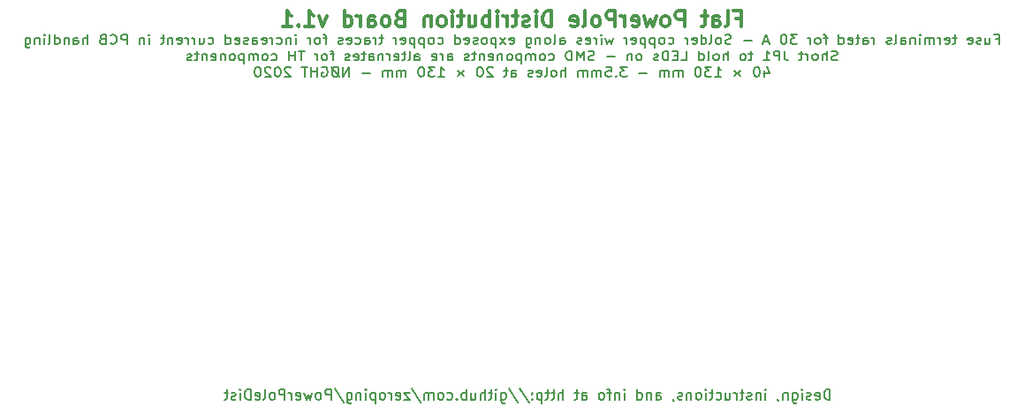
<source format=gbr>
G04 #@! TF.GenerationSoftware,KiCad,Pcbnew,5.0.2+dfsg1-1*
G04 #@! TF.CreationDate,2020-06-21T14:15:28-04:00*
G04 #@! TF.ProjectId,powerpoledist,706f7765-7270-46f6-9c65-646973742e6b,rev?*
G04 #@! TF.SameCoordinates,Original*
G04 #@! TF.FileFunction,Legend,Bot*
G04 #@! TF.FilePolarity,Positive*
%FSLAX46Y46*%
G04 Gerber Fmt 4.6, Leading zero omitted, Abs format (unit mm)*
G04 Created by KiCad (PCBNEW 5.0.2+dfsg1-1) date Sun 21 Jun 2020 02:15:28 PM EDT*
%MOMM*%
%LPD*%
G01*
G04 APERTURE LIST*
%ADD10C,0.200000*%
%ADD11C,0.300000*%
G04 APERTURE END LIST*
D10*
X176452380Y-86452380D02*
X176452380Y-85452380D01*
X176214285Y-85452380D01*
X176071428Y-85500000D01*
X175976190Y-85595238D01*
X175928571Y-85690476D01*
X175880952Y-85880952D01*
X175880952Y-86023809D01*
X175928571Y-86214285D01*
X175976190Y-86309523D01*
X176071428Y-86404761D01*
X176214285Y-86452380D01*
X176452380Y-86452380D01*
X175071428Y-86404761D02*
X175166666Y-86452380D01*
X175357142Y-86452380D01*
X175452380Y-86404761D01*
X175500000Y-86309523D01*
X175500000Y-85928571D01*
X175452380Y-85833333D01*
X175357142Y-85785714D01*
X175166666Y-85785714D01*
X175071428Y-85833333D01*
X175023809Y-85928571D01*
X175023809Y-86023809D01*
X175500000Y-86119047D01*
X174642857Y-86404761D02*
X174547619Y-86452380D01*
X174357142Y-86452380D01*
X174261904Y-86404761D01*
X174214285Y-86309523D01*
X174214285Y-86261904D01*
X174261904Y-86166666D01*
X174357142Y-86119047D01*
X174500000Y-86119047D01*
X174595238Y-86071428D01*
X174642857Y-85976190D01*
X174642857Y-85928571D01*
X174595238Y-85833333D01*
X174500000Y-85785714D01*
X174357142Y-85785714D01*
X174261904Y-85833333D01*
X173785714Y-86452380D02*
X173785714Y-85785714D01*
X173785714Y-85452380D02*
X173833333Y-85500000D01*
X173785714Y-85547619D01*
X173738095Y-85500000D01*
X173785714Y-85452380D01*
X173785714Y-85547619D01*
X172880952Y-85785714D02*
X172880952Y-86595238D01*
X172928571Y-86690476D01*
X172976190Y-86738095D01*
X173071428Y-86785714D01*
X173214285Y-86785714D01*
X173309523Y-86738095D01*
X172880952Y-86404761D02*
X172976190Y-86452380D01*
X173166666Y-86452380D01*
X173261904Y-86404761D01*
X173309523Y-86357142D01*
X173357142Y-86261904D01*
X173357142Y-85976190D01*
X173309523Y-85880952D01*
X173261904Y-85833333D01*
X173166666Y-85785714D01*
X172976190Y-85785714D01*
X172880952Y-85833333D01*
X172404761Y-85785714D02*
X172404761Y-86452380D01*
X172404761Y-85880952D02*
X172357142Y-85833333D01*
X172261904Y-85785714D01*
X172119047Y-85785714D01*
X172023809Y-85833333D01*
X171976190Y-85928571D01*
X171976190Y-86452380D01*
X171452380Y-86404761D02*
X171452380Y-86452380D01*
X171500000Y-86547619D01*
X171547619Y-86595238D01*
X170261904Y-86452380D02*
X170261904Y-85785714D01*
X170261904Y-85452380D02*
X170309523Y-85500000D01*
X170261904Y-85547619D01*
X170214285Y-85500000D01*
X170261904Y-85452380D01*
X170261904Y-85547619D01*
X169785714Y-85785714D02*
X169785714Y-86452380D01*
X169785714Y-85880952D02*
X169738095Y-85833333D01*
X169642857Y-85785714D01*
X169500000Y-85785714D01*
X169404761Y-85833333D01*
X169357142Y-85928571D01*
X169357142Y-86452380D01*
X168928571Y-86404761D02*
X168833333Y-86452380D01*
X168642857Y-86452380D01*
X168547619Y-86404761D01*
X168500000Y-86309523D01*
X168500000Y-86261904D01*
X168547619Y-86166666D01*
X168642857Y-86119047D01*
X168785714Y-86119047D01*
X168880952Y-86071428D01*
X168928571Y-85976190D01*
X168928571Y-85928571D01*
X168880952Y-85833333D01*
X168785714Y-85785714D01*
X168642857Y-85785714D01*
X168547619Y-85833333D01*
X168214285Y-85785714D02*
X167833333Y-85785714D01*
X168071428Y-85452380D02*
X168071428Y-86309523D01*
X168023809Y-86404761D01*
X167928571Y-86452380D01*
X167833333Y-86452380D01*
X167500000Y-86452380D02*
X167500000Y-85785714D01*
X167500000Y-85976190D02*
X167452380Y-85880952D01*
X167404761Y-85833333D01*
X167309523Y-85785714D01*
X167214285Y-85785714D01*
X166452380Y-85785714D02*
X166452380Y-86452380D01*
X166880952Y-85785714D02*
X166880952Y-86309523D01*
X166833333Y-86404761D01*
X166738095Y-86452380D01*
X166595238Y-86452380D01*
X166500000Y-86404761D01*
X166452380Y-86357142D01*
X165547619Y-86404761D02*
X165642857Y-86452380D01*
X165833333Y-86452380D01*
X165928571Y-86404761D01*
X165976190Y-86357142D01*
X166023809Y-86261904D01*
X166023809Y-85976190D01*
X165976190Y-85880952D01*
X165928571Y-85833333D01*
X165833333Y-85785714D01*
X165642857Y-85785714D01*
X165547619Y-85833333D01*
X165261904Y-85785714D02*
X164880952Y-85785714D01*
X165119047Y-85452380D02*
X165119047Y-86309523D01*
X165071428Y-86404761D01*
X164976190Y-86452380D01*
X164880952Y-86452380D01*
X164547619Y-86452380D02*
X164547619Y-85785714D01*
X164547619Y-85452380D02*
X164595238Y-85500000D01*
X164547619Y-85547619D01*
X164500000Y-85500000D01*
X164547619Y-85452380D01*
X164547619Y-85547619D01*
X163928571Y-86452380D02*
X164023809Y-86404761D01*
X164071428Y-86357142D01*
X164119047Y-86261904D01*
X164119047Y-85976190D01*
X164071428Y-85880952D01*
X164023809Y-85833333D01*
X163928571Y-85785714D01*
X163785714Y-85785714D01*
X163690476Y-85833333D01*
X163642857Y-85880952D01*
X163595238Y-85976190D01*
X163595238Y-86261904D01*
X163642857Y-86357142D01*
X163690476Y-86404761D01*
X163785714Y-86452380D01*
X163928571Y-86452380D01*
X163166666Y-85785714D02*
X163166666Y-86452380D01*
X163166666Y-85880952D02*
X163119047Y-85833333D01*
X163023809Y-85785714D01*
X162880952Y-85785714D01*
X162785714Y-85833333D01*
X162738095Y-85928571D01*
X162738095Y-86452380D01*
X162309523Y-86404761D02*
X162214285Y-86452380D01*
X162023809Y-86452380D01*
X161928571Y-86404761D01*
X161880952Y-86309523D01*
X161880952Y-86261904D01*
X161928571Y-86166666D01*
X162023809Y-86119047D01*
X162166666Y-86119047D01*
X162261904Y-86071428D01*
X162309523Y-85976190D01*
X162309523Y-85928571D01*
X162261904Y-85833333D01*
X162166666Y-85785714D01*
X162023809Y-85785714D01*
X161928571Y-85833333D01*
X161404761Y-86404761D02*
X161404761Y-86452380D01*
X161452380Y-86547619D01*
X161500000Y-86595238D01*
X159785714Y-86452380D02*
X159785714Y-85928571D01*
X159833333Y-85833333D01*
X159928571Y-85785714D01*
X160119047Y-85785714D01*
X160214285Y-85833333D01*
X159785714Y-86404761D02*
X159880952Y-86452380D01*
X160119047Y-86452380D01*
X160214285Y-86404761D01*
X160261904Y-86309523D01*
X160261904Y-86214285D01*
X160214285Y-86119047D01*
X160119047Y-86071428D01*
X159880952Y-86071428D01*
X159785714Y-86023809D01*
X159309523Y-85785714D02*
X159309523Y-86452380D01*
X159309523Y-85880952D02*
X159261904Y-85833333D01*
X159166666Y-85785714D01*
X159023809Y-85785714D01*
X158928571Y-85833333D01*
X158880952Y-85928571D01*
X158880952Y-86452380D01*
X157976190Y-86452380D02*
X157976190Y-85452380D01*
X157976190Y-86404761D02*
X158071428Y-86452380D01*
X158261904Y-86452380D01*
X158357142Y-86404761D01*
X158404761Y-86357142D01*
X158452380Y-86261904D01*
X158452380Y-85976190D01*
X158404761Y-85880952D01*
X158357142Y-85833333D01*
X158261904Y-85785714D01*
X158071428Y-85785714D01*
X157976190Y-85833333D01*
X156738095Y-86452380D02*
X156738095Y-85785714D01*
X156738095Y-85452380D02*
X156785714Y-85500000D01*
X156738095Y-85547619D01*
X156690476Y-85500000D01*
X156738095Y-85452380D01*
X156738095Y-85547619D01*
X156261904Y-85785714D02*
X156261904Y-86452380D01*
X156261904Y-85880952D02*
X156214285Y-85833333D01*
X156119047Y-85785714D01*
X155976190Y-85785714D01*
X155880952Y-85833333D01*
X155833333Y-85928571D01*
X155833333Y-86452380D01*
X155500000Y-85785714D02*
X155119047Y-85785714D01*
X155357142Y-86452380D02*
X155357142Y-85595238D01*
X155309523Y-85500000D01*
X155214285Y-85452380D01*
X155119047Y-85452380D01*
X154642857Y-86452380D02*
X154738095Y-86404761D01*
X154785714Y-86357142D01*
X154833333Y-86261904D01*
X154833333Y-85976190D01*
X154785714Y-85880952D01*
X154738095Y-85833333D01*
X154642857Y-85785714D01*
X154500000Y-85785714D01*
X154404761Y-85833333D01*
X154357142Y-85880952D01*
X154309523Y-85976190D01*
X154309523Y-86261904D01*
X154357142Y-86357142D01*
X154404761Y-86404761D01*
X154500000Y-86452380D01*
X154642857Y-86452380D01*
X152690476Y-86452380D02*
X152690476Y-85928571D01*
X152738095Y-85833333D01*
X152833333Y-85785714D01*
X153023809Y-85785714D01*
X153119047Y-85833333D01*
X152690476Y-86404761D02*
X152785714Y-86452380D01*
X153023809Y-86452380D01*
X153119047Y-86404761D01*
X153166666Y-86309523D01*
X153166666Y-86214285D01*
X153119047Y-86119047D01*
X153023809Y-86071428D01*
X152785714Y-86071428D01*
X152690476Y-86023809D01*
X152357142Y-85785714D02*
X151976190Y-85785714D01*
X152214285Y-85452380D02*
X152214285Y-86309523D01*
X152166666Y-86404761D01*
X152071428Y-86452380D01*
X151976190Y-86452380D01*
X150880952Y-86452380D02*
X150880952Y-85452380D01*
X150452380Y-86452380D02*
X150452380Y-85928571D01*
X150500000Y-85833333D01*
X150595238Y-85785714D01*
X150738095Y-85785714D01*
X150833333Y-85833333D01*
X150880952Y-85880952D01*
X150119047Y-85785714D02*
X149738095Y-85785714D01*
X149976190Y-85452380D02*
X149976190Y-86309523D01*
X149928571Y-86404761D01*
X149833333Y-86452380D01*
X149738095Y-86452380D01*
X149547619Y-85785714D02*
X149166666Y-85785714D01*
X149404761Y-85452380D02*
X149404761Y-86309523D01*
X149357142Y-86404761D01*
X149261904Y-86452380D01*
X149166666Y-86452380D01*
X148833333Y-85785714D02*
X148833333Y-86785714D01*
X148833333Y-85833333D02*
X148738095Y-85785714D01*
X148547619Y-85785714D01*
X148452380Y-85833333D01*
X148404761Y-85880952D01*
X148357142Y-85976190D01*
X148357142Y-86261904D01*
X148404761Y-86357142D01*
X148452380Y-86404761D01*
X148547619Y-86452380D01*
X148738095Y-86452380D01*
X148833333Y-86404761D01*
X147928571Y-86357142D02*
X147880952Y-86404761D01*
X147928571Y-86452380D01*
X147976190Y-86404761D01*
X147928571Y-86357142D01*
X147928571Y-86452380D01*
X147928571Y-85833333D02*
X147880952Y-85880952D01*
X147928571Y-85928571D01*
X147976190Y-85880952D01*
X147928571Y-85833333D01*
X147928571Y-85928571D01*
X146738095Y-85404761D02*
X147595238Y-86690476D01*
X145690476Y-85404761D02*
X146547619Y-86690476D01*
X144928571Y-85785714D02*
X144928571Y-86595238D01*
X144976190Y-86690476D01*
X145023809Y-86738095D01*
X145119047Y-86785714D01*
X145261904Y-86785714D01*
X145357142Y-86738095D01*
X144928571Y-86404761D02*
X145023809Y-86452380D01*
X145214285Y-86452380D01*
X145309523Y-86404761D01*
X145357142Y-86357142D01*
X145404761Y-86261904D01*
X145404761Y-85976190D01*
X145357142Y-85880952D01*
X145309523Y-85833333D01*
X145214285Y-85785714D01*
X145023809Y-85785714D01*
X144928571Y-85833333D01*
X144452380Y-86452380D02*
X144452380Y-85785714D01*
X144452380Y-85452380D02*
X144500000Y-85500000D01*
X144452380Y-85547619D01*
X144404761Y-85500000D01*
X144452380Y-85452380D01*
X144452380Y-85547619D01*
X144119047Y-85785714D02*
X143738095Y-85785714D01*
X143976190Y-85452380D02*
X143976190Y-86309523D01*
X143928571Y-86404761D01*
X143833333Y-86452380D01*
X143738095Y-86452380D01*
X143404761Y-86452380D02*
X143404761Y-85452380D01*
X142976190Y-86452380D02*
X142976190Y-85928571D01*
X143023809Y-85833333D01*
X143119047Y-85785714D01*
X143261904Y-85785714D01*
X143357142Y-85833333D01*
X143404761Y-85880952D01*
X142071428Y-85785714D02*
X142071428Y-86452380D01*
X142500000Y-85785714D02*
X142500000Y-86309523D01*
X142452380Y-86404761D01*
X142357142Y-86452380D01*
X142214285Y-86452380D01*
X142119047Y-86404761D01*
X142071428Y-86357142D01*
X141595238Y-86452380D02*
X141595238Y-85452380D01*
X141595238Y-85833333D02*
X141500000Y-85785714D01*
X141309523Y-85785714D01*
X141214285Y-85833333D01*
X141166666Y-85880952D01*
X141119047Y-85976190D01*
X141119047Y-86261904D01*
X141166666Y-86357142D01*
X141214285Y-86404761D01*
X141309523Y-86452380D01*
X141500000Y-86452380D01*
X141595238Y-86404761D01*
X140690476Y-86357142D02*
X140642857Y-86404761D01*
X140690476Y-86452380D01*
X140738095Y-86404761D01*
X140690476Y-86357142D01*
X140690476Y-86452380D01*
X139785714Y-86404761D02*
X139880952Y-86452380D01*
X140071428Y-86452380D01*
X140166666Y-86404761D01*
X140214285Y-86357142D01*
X140261904Y-86261904D01*
X140261904Y-85976190D01*
X140214285Y-85880952D01*
X140166666Y-85833333D01*
X140071428Y-85785714D01*
X139880952Y-85785714D01*
X139785714Y-85833333D01*
X139214285Y-86452380D02*
X139309523Y-86404761D01*
X139357142Y-86357142D01*
X139404761Y-86261904D01*
X139404761Y-85976190D01*
X139357142Y-85880952D01*
X139309523Y-85833333D01*
X139214285Y-85785714D01*
X139071428Y-85785714D01*
X138976190Y-85833333D01*
X138928571Y-85880952D01*
X138880952Y-85976190D01*
X138880952Y-86261904D01*
X138928571Y-86357142D01*
X138976190Y-86404761D01*
X139071428Y-86452380D01*
X139214285Y-86452380D01*
X138452380Y-86452380D02*
X138452380Y-85785714D01*
X138452380Y-85880952D02*
X138404761Y-85833333D01*
X138309523Y-85785714D01*
X138166666Y-85785714D01*
X138071428Y-85833333D01*
X138023809Y-85928571D01*
X138023809Y-86452380D01*
X138023809Y-85928571D02*
X137976190Y-85833333D01*
X137880952Y-85785714D01*
X137738095Y-85785714D01*
X137642857Y-85833333D01*
X137595238Y-85928571D01*
X137595238Y-86452380D01*
X136404761Y-85404761D02*
X137261904Y-86690476D01*
X136166666Y-85785714D02*
X135642857Y-85785714D01*
X136166666Y-86452380D01*
X135642857Y-86452380D01*
X134880952Y-86404761D02*
X134976190Y-86452380D01*
X135166666Y-86452380D01*
X135261904Y-86404761D01*
X135309523Y-86309523D01*
X135309523Y-85928571D01*
X135261904Y-85833333D01*
X135166666Y-85785714D01*
X134976190Y-85785714D01*
X134880952Y-85833333D01*
X134833333Y-85928571D01*
X134833333Y-86023809D01*
X135309523Y-86119047D01*
X134404761Y-86452380D02*
X134404761Y-85785714D01*
X134404761Y-85976190D02*
X134357142Y-85880952D01*
X134309523Y-85833333D01*
X134214285Y-85785714D01*
X134119047Y-85785714D01*
X133642857Y-86452380D02*
X133738095Y-86404761D01*
X133785714Y-86357142D01*
X133833333Y-86261904D01*
X133833333Y-85976190D01*
X133785714Y-85880952D01*
X133738095Y-85833333D01*
X133642857Y-85785714D01*
X133500000Y-85785714D01*
X133404761Y-85833333D01*
X133357142Y-85880952D01*
X133309523Y-85976190D01*
X133309523Y-86261904D01*
X133357142Y-86357142D01*
X133404761Y-86404761D01*
X133500000Y-86452380D01*
X133642857Y-86452380D01*
X132880952Y-85785714D02*
X132880952Y-86785714D01*
X132880952Y-85833333D02*
X132785714Y-85785714D01*
X132595238Y-85785714D01*
X132500000Y-85833333D01*
X132452380Y-85880952D01*
X132404761Y-85976190D01*
X132404761Y-86261904D01*
X132452380Y-86357142D01*
X132500000Y-86404761D01*
X132595238Y-86452380D01*
X132785714Y-86452380D01*
X132880952Y-86404761D01*
X131976190Y-86452380D02*
X131976190Y-85785714D01*
X131976190Y-85452380D02*
X132023809Y-85500000D01*
X131976190Y-85547619D01*
X131928571Y-85500000D01*
X131976190Y-85452380D01*
X131976190Y-85547619D01*
X131500000Y-85785714D02*
X131500000Y-86452380D01*
X131500000Y-85880952D02*
X131452380Y-85833333D01*
X131357142Y-85785714D01*
X131214285Y-85785714D01*
X131119047Y-85833333D01*
X131071428Y-85928571D01*
X131071428Y-86452380D01*
X130166666Y-85785714D02*
X130166666Y-86595238D01*
X130214285Y-86690476D01*
X130261904Y-86738095D01*
X130357142Y-86785714D01*
X130500000Y-86785714D01*
X130595238Y-86738095D01*
X130166666Y-86404761D02*
X130261904Y-86452380D01*
X130452380Y-86452380D01*
X130547619Y-86404761D01*
X130595238Y-86357142D01*
X130642857Y-86261904D01*
X130642857Y-85976190D01*
X130595238Y-85880952D01*
X130547619Y-85833333D01*
X130452380Y-85785714D01*
X130261904Y-85785714D01*
X130166666Y-85833333D01*
X128976190Y-85404761D02*
X129833333Y-86690476D01*
X128642857Y-86452380D02*
X128642857Y-85452380D01*
X128261904Y-85452380D01*
X128166666Y-85500000D01*
X128119047Y-85547619D01*
X128071428Y-85642857D01*
X128071428Y-85785714D01*
X128119047Y-85880952D01*
X128166666Y-85928571D01*
X128261904Y-85976190D01*
X128642857Y-85976190D01*
X127500000Y-86452380D02*
X127595238Y-86404761D01*
X127642857Y-86357142D01*
X127690476Y-86261904D01*
X127690476Y-85976190D01*
X127642857Y-85880952D01*
X127595238Y-85833333D01*
X127500000Y-85785714D01*
X127357142Y-85785714D01*
X127261904Y-85833333D01*
X127214285Y-85880952D01*
X127166666Y-85976190D01*
X127166666Y-86261904D01*
X127214285Y-86357142D01*
X127261904Y-86404761D01*
X127357142Y-86452380D01*
X127500000Y-86452380D01*
X126833333Y-85785714D02*
X126642857Y-86452380D01*
X126452380Y-85976190D01*
X126261904Y-86452380D01*
X126071428Y-85785714D01*
X125309523Y-86404761D02*
X125404761Y-86452380D01*
X125595238Y-86452380D01*
X125690476Y-86404761D01*
X125738095Y-86309523D01*
X125738095Y-85928571D01*
X125690476Y-85833333D01*
X125595238Y-85785714D01*
X125404761Y-85785714D01*
X125309523Y-85833333D01*
X125261904Y-85928571D01*
X125261904Y-86023809D01*
X125738095Y-86119047D01*
X124833333Y-86452380D02*
X124833333Y-85785714D01*
X124833333Y-85976190D02*
X124785714Y-85880952D01*
X124738095Y-85833333D01*
X124642857Y-85785714D01*
X124547619Y-85785714D01*
X124214285Y-86452380D02*
X124214285Y-85452380D01*
X123833333Y-85452380D01*
X123738095Y-85500000D01*
X123690476Y-85547619D01*
X123642857Y-85642857D01*
X123642857Y-85785714D01*
X123690476Y-85880952D01*
X123738095Y-85928571D01*
X123833333Y-85976190D01*
X124214285Y-85976190D01*
X123071428Y-86452380D02*
X123166666Y-86404761D01*
X123214285Y-86357142D01*
X123261904Y-86261904D01*
X123261904Y-85976190D01*
X123214285Y-85880952D01*
X123166666Y-85833333D01*
X123071428Y-85785714D01*
X122928571Y-85785714D01*
X122833333Y-85833333D01*
X122785714Y-85880952D01*
X122738095Y-85976190D01*
X122738095Y-86261904D01*
X122785714Y-86357142D01*
X122833333Y-86404761D01*
X122928571Y-86452380D01*
X123071428Y-86452380D01*
X122166666Y-86452380D02*
X122261904Y-86404761D01*
X122309523Y-86309523D01*
X122309523Y-85452380D01*
X121404761Y-86404761D02*
X121500000Y-86452380D01*
X121690476Y-86452380D01*
X121785714Y-86404761D01*
X121833333Y-86309523D01*
X121833333Y-85928571D01*
X121785714Y-85833333D01*
X121690476Y-85785714D01*
X121500000Y-85785714D01*
X121404761Y-85833333D01*
X121357142Y-85928571D01*
X121357142Y-86023809D01*
X121833333Y-86119047D01*
X120928571Y-86452380D02*
X120928571Y-85452380D01*
X120690476Y-85452380D01*
X120547619Y-85500000D01*
X120452380Y-85595238D01*
X120404761Y-85690476D01*
X120357142Y-85880952D01*
X120357142Y-86023809D01*
X120404761Y-86214285D01*
X120452380Y-86309523D01*
X120547619Y-86404761D01*
X120690476Y-86452380D01*
X120928571Y-86452380D01*
X119928571Y-86452380D02*
X119928571Y-85785714D01*
X119928571Y-85452380D02*
X119976190Y-85500000D01*
X119928571Y-85547619D01*
X119880952Y-85500000D01*
X119928571Y-85452380D01*
X119928571Y-85547619D01*
X119500000Y-86404761D02*
X119404761Y-86452380D01*
X119214285Y-86452380D01*
X119119047Y-86404761D01*
X119071428Y-86309523D01*
X119071428Y-86261904D01*
X119119047Y-86166666D01*
X119214285Y-86119047D01*
X119357142Y-86119047D01*
X119452380Y-86071428D01*
X119500000Y-85976190D01*
X119500000Y-85928571D01*
X119452380Y-85833333D01*
X119357142Y-85785714D01*
X119214285Y-85785714D01*
X119119047Y-85833333D01*
X118785714Y-85785714D02*
X118404761Y-85785714D01*
X118642857Y-85452380D02*
X118642857Y-86309523D01*
X118595238Y-86404761D01*
X118500000Y-86452380D01*
X118404761Y-86452380D01*
X192309523Y-51885714D02*
X192642857Y-51885714D01*
X192642857Y-52357142D02*
X192642857Y-51457142D01*
X192166666Y-51457142D01*
X191357142Y-51757142D02*
X191357142Y-52357142D01*
X191785714Y-51757142D02*
X191785714Y-52228571D01*
X191738095Y-52314285D01*
X191642857Y-52357142D01*
X191499999Y-52357142D01*
X191404761Y-52314285D01*
X191357142Y-52271428D01*
X190928571Y-52314285D02*
X190833333Y-52357142D01*
X190642857Y-52357142D01*
X190547619Y-52314285D01*
X190499999Y-52228571D01*
X190499999Y-52185714D01*
X190547619Y-52100000D01*
X190642857Y-52057142D01*
X190785714Y-52057142D01*
X190880952Y-52014285D01*
X190928571Y-51928571D01*
X190928571Y-51885714D01*
X190880952Y-51800000D01*
X190785714Y-51757142D01*
X190642857Y-51757142D01*
X190547619Y-51800000D01*
X189690476Y-52314285D02*
X189785714Y-52357142D01*
X189976190Y-52357142D01*
X190071428Y-52314285D01*
X190119047Y-52228571D01*
X190119047Y-51885714D01*
X190071428Y-51800000D01*
X189976190Y-51757142D01*
X189785714Y-51757142D01*
X189690476Y-51800000D01*
X189642857Y-51885714D01*
X189642857Y-51971428D01*
X190119047Y-52057142D01*
X188595238Y-51757142D02*
X188214285Y-51757142D01*
X188452380Y-51457142D02*
X188452380Y-52228571D01*
X188404761Y-52314285D01*
X188309523Y-52357142D01*
X188214285Y-52357142D01*
X187500000Y-52314285D02*
X187595238Y-52357142D01*
X187785714Y-52357142D01*
X187880952Y-52314285D01*
X187928571Y-52228571D01*
X187928571Y-51885714D01*
X187880952Y-51800000D01*
X187785714Y-51757142D01*
X187595238Y-51757142D01*
X187500000Y-51800000D01*
X187452380Y-51885714D01*
X187452380Y-51971428D01*
X187928571Y-52057142D01*
X187023809Y-52357142D02*
X187023809Y-51757142D01*
X187023809Y-51928571D02*
X186976190Y-51842857D01*
X186928571Y-51800000D01*
X186833333Y-51757142D01*
X186738095Y-51757142D01*
X186404761Y-52357142D02*
X186404761Y-51757142D01*
X186404761Y-51842857D02*
X186357142Y-51800000D01*
X186261904Y-51757142D01*
X186119047Y-51757142D01*
X186023809Y-51800000D01*
X185976190Y-51885714D01*
X185976190Y-52357142D01*
X185976190Y-51885714D02*
X185928571Y-51800000D01*
X185833333Y-51757142D01*
X185690476Y-51757142D01*
X185595238Y-51800000D01*
X185547619Y-51885714D01*
X185547619Y-52357142D01*
X185071428Y-52357142D02*
X185071428Y-51757142D01*
X185071428Y-51457142D02*
X185119047Y-51500000D01*
X185071428Y-51542857D01*
X185023809Y-51500000D01*
X185071428Y-51457142D01*
X185071428Y-51542857D01*
X184595238Y-51757142D02*
X184595238Y-52357142D01*
X184595238Y-51842857D02*
X184547619Y-51800000D01*
X184452380Y-51757142D01*
X184309523Y-51757142D01*
X184214285Y-51800000D01*
X184166666Y-51885714D01*
X184166666Y-52357142D01*
X183261904Y-52357142D02*
X183261904Y-51885714D01*
X183309523Y-51800000D01*
X183404761Y-51757142D01*
X183595238Y-51757142D01*
X183690476Y-51800000D01*
X183261904Y-52314285D02*
X183357142Y-52357142D01*
X183595238Y-52357142D01*
X183690476Y-52314285D01*
X183738095Y-52228571D01*
X183738095Y-52142857D01*
X183690476Y-52057142D01*
X183595238Y-52014285D01*
X183357142Y-52014285D01*
X183261904Y-51971428D01*
X182642857Y-52357142D02*
X182738095Y-52314285D01*
X182785714Y-52228571D01*
X182785714Y-51457142D01*
X182309523Y-52314285D02*
X182214285Y-52357142D01*
X182023809Y-52357142D01*
X181928571Y-52314285D01*
X181880952Y-52228571D01*
X181880952Y-52185714D01*
X181928571Y-52100000D01*
X182023809Y-52057142D01*
X182166666Y-52057142D01*
X182261904Y-52014285D01*
X182309523Y-51928571D01*
X182309523Y-51885714D01*
X182261904Y-51800000D01*
X182166666Y-51757142D01*
X182023809Y-51757142D01*
X181928571Y-51800000D01*
X180690476Y-52357142D02*
X180690476Y-51757142D01*
X180690476Y-51928571D02*
X180642857Y-51842857D01*
X180595238Y-51800000D01*
X180500000Y-51757142D01*
X180404761Y-51757142D01*
X179642857Y-52357142D02*
X179642857Y-51885714D01*
X179690476Y-51800000D01*
X179785714Y-51757142D01*
X179976190Y-51757142D01*
X180071428Y-51800000D01*
X179642857Y-52314285D02*
X179738095Y-52357142D01*
X179976190Y-52357142D01*
X180071428Y-52314285D01*
X180119047Y-52228571D01*
X180119047Y-52142857D01*
X180071428Y-52057142D01*
X179976190Y-52014285D01*
X179738095Y-52014285D01*
X179642857Y-51971428D01*
X179309523Y-51757142D02*
X178928571Y-51757142D01*
X179166666Y-51457142D02*
X179166666Y-52228571D01*
X179119047Y-52314285D01*
X179023809Y-52357142D01*
X178928571Y-52357142D01*
X178214285Y-52314285D02*
X178309523Y-52357142D01*
X178500000Y-52357142D01*
X178595238Y-52314285D01*
X178642857Y-52228571D01*
X178642857Y-51885714D01*
X178595238Y-51800000D01*
X178500000Y-51757142D01*
X178309523Y-51757142D01*
X178214285Y-51800000D01*
X178166666Y-51885714D01*
X178166666Y-51971428D01*
X178642857Y-52057142D01*
X177309523Y-52357142D02*
X177309523Y-51457142D01*
X177309523Y-52314285D02*
X177404761Y-52357142D01*
X177595238Y-52357142D01*
X177690476Y-52314285D01*
X177738095Y-52271428D01*
X177785714Y-52185714D01*
X177785714Y-51928571D01*
X177738095Y-51842857D01*
X177690476Y-51800000D01*
X177595238Y-51757142D01*
X177404761Y-51757142D01*
X177309523Y-51800000D01*
X176214285Y-51757142D02*
X175833333Y-51757142D01*
X176071428Y-52357142D02*
X176071428Y-51585714D01*
X176023809Y-51500000D01*
X175928571Y-51457142D01*
X175833333Y-51457142D01*
X175357142Y-52357142D02*
X175452380Y-52314285D01*
X175500000Y-52271428D01*
X175547619Y-52185714D01*
X175547619Y-51928571D01*
X175500000Y-51842857D01*
X175452380Y-51800000D01*
X175357142Y-51757142D01*
X175214285Y-51757142D01*
X175119047Y-51800000D01*
X175071428Y-51842857D01*
X175023809Y-51928571D01*
X175023809Y-52185714D01*
X175071428Y-52271428D01*
X175119047Y-52314285D01*
X175214285Y-52357142D01*
X175357142Y-52357142D01*
X174595238Y-52357142D02*
X174595238Y-51757142D01*
X174595238Y-51928571D02*
X174547619Y-51842857D01*
X174500000Y-51800000D01*
X174404761Y-51757142D01*
X174309523Y-51757142D01*
X173309523Y-51457142D02*
X172690476Y-51457142D01*
X173023809Y-51800000D01*
X172880952Y-51800000D01*
X172785714Y-51842857D01*
X172738095Y-51885714D01*
X172690476Y-51971428D01*
X172690476Y-52185714D01*
X172738095Y-52271428D01*
X172785714Y-52314285D01*
X172880952Y-52357142D01*
X173166666Y-52357142D01*
X173261904Y-52314285D01*
X173309523Y-52271428D01*
X172071428Y-51457142D02*
X171976190Y-51457142D01*
X171880952Y-51500000D01*
X171833333Y-51542857D01*
X171785714Y-51628571D01*
X171738095Y-51800000D01*
X171738095Y-52014285D01*
X171785714Y-52185714D01*
X171833333Y-52271428D01*
X171880952Y-52314285D01*
X171976190Y-52357142D01*
X172071428Y-52357142D01*
X172166666Y-52314285D01*
X172214285Y-52271428D01*
X172261904Y-52185714D01*
X172309523Y-52014285D01*
X172309523Y-51800000D01*
X172261904Y-51628571D01*
X172214285Y-51542857D01*
X172166666Y-51500000D01*
X172071428Y-51457142D01*
X170595238Y-52100000D02*
X170119047Y-52100000D01*
X170690476Y-52357142D02*
X170357142Y-51457142D01*
X170023809Y-52357142D01*
X168928571Y-52014285D02*
X168166666Y-52014285D01*
X166976190Y-52314285D02*
X166833333Y-52357142D01*
X166595238Y-52357142D01*
X166500000Y-52314285D01*
X166452380Y-52271428D01*
X166404761Y-52185714D01*
X166404761Y-52100000D01*
X166452380Y-52014285D01*
X166500000Y-51971428D01*
X166595238Y-51928571D01*
X166785714Y-51885714D01*
X166880952Y-51842857D01*
X166928571Y-51800000D01*
X166976190Y-51714285D01*
X166976190Y-51628571D01*
X166928571Y-51542857D01*
X166880952Y-51500000D01*
X166785714Y-51457142D01*
X166547619Y-51457142D01*
X166404761Y-51500000D01*
X165833333Y-52357142D02*
X165928571Y-52314285D01*
X165976190Y-52271428D01*
X166023809Y-52185714D01*
X166023809Y-51928571D01*
X165976190Y-51842857D01*
X165928571Y-51800000D01*
X165833333Y-51757142D01*
X165690476Y-51757142D01*
X165595238Y-51800000D01*
X165547619Y-51842857D01*
X165500000Y-51928571D01*
X165500000Y-52185714D01*
X165547619Y-52271428D01*
X165595238Y-52314285D01*
X165690476Y-52357142D01*
X165833333Y-52357142D01*
X164928571Y-52357142D02*
X165023809Y-52314285D01*
X165071428Y-52228571D01*
X165071428Y-51457142D01*
X164119047Y-52357142D02*
X164119047Y-51457142D01*
X164119047Y-52314285D02*
X164214285Y-52357142D01*
X164404761Y-52357142D01*
X164500000Y-52314285D01*
X164547619Y-52271428D01*
X164595238Y-52185714D01*
X164595238Y-51928571D01*
X164547619Y-51842857D01*
X164500000Y-51800000D01*
X164404761Y-51757142D01*
X164214285Y-51757142D01*
X164119047Y-51800000D01*
X163261904Y-52314285D02*
X163357142Y-52357142D01*
X163547619Y-52357142D01*
X163642857Y-52314285D01*
X163690476Y-52228571D01*
X163690476Y-51885714D01*
X163642857Y-51800000D01*
X163547619Y-51757142D01*
X163357142Y-51757142D01*
X163261904Y-51800000D01*
X163214285Y-51885714D01*
X163214285Y-51971428D01*
X163690476Y-52057142D01*
X162785714Y-52357142D02*
X162785714Y-51757142D01*
X162785714Y-51928571D02*
X162738095Y-51842857D01*
X162690476Y-51800000D01*
X162595238Y-51757142D01*
X162500000Y-51757142D01*
X160976190Y-52314285D02*
X161071428Y-52357142D01*
X161261904Y-52357142D01*
X161357142Y-52314285D01*
X161404761Y-52271428D01*
X161452380Y-52185714D01*
X161452380Y-51928571D01*
X161404761Y-51842857D01*
X161357142Y-51800000D01*
X161261904Y-51757142D01*
X161071428Y-51757142D01*
X160976190Y-51800000D01*
X160404761Y-52357142D02*
X160500000Y-52314285D01*
X160547619Y-52271428D01*
X160595238Y-52185714D01*
X160595238Y-51928571D01*
X160547619Y-51842857D01*
X160500000Y-51800000D01*
X160404761Y-51757142D01*
X160261904Y-51757142D01*
X160166666Y-51800000D01*
X160119047Y-51842857D01*
X160071428Y-51928571D01*
X160071428Y-52185714D01*
X160119047Y-52271428D01*
X160166666Y-52314285D01*
X160261904Y-52357142D01*
X160404761Y-52357142D01*
X159642857Y-51757142D02*
X159642857Y-52657142D01*
X159642857Y-51800000D02*
X159547619Y-51757142D01*
X159357142Y-51757142D01*
X159261904Y-51800000D01*
X159214285Y-51842857D01*
X159166666Y-51928571D01*
X159166666Y-52185714D01*
X159214285Y-52271428D01*
X159261904Y-52314285D01*
X159357142Y-52357142D01*
X159547619Y-52357142D01*
X159642857Y-52314285D01*
X158738095Y-51757142D02*
X158738095Y-52657142D01*
X158738095Y-51800000D02*
X158642857Y-51757142D01*
X158452380Y-51757142D01*
X158357142Y-51800000D01*
X158309523Y-51842857D01*
X158261904Y-51928571D01*
X158261904Y-52185714D01*
X158309523Y-52271428D01*
X158357142Y-52314285D01*
X158452380Y-52357142D01*
X158642857Y-52357142D01*
X158738095Y-52314285D01*
X157452380Y-52314285D02*
X157547619Y-52357142D01*
X157738095Y-52357142D01*
X157833333Y-52314285D01*
X157880952Y-52228571D01*
X157880952Y-51885714D01*
X157833333Y-51800000D01*
X157738095Y-51757142D01*
X157547619Y-51757142D01*
X157452380Y-51800000D01*
X157404761Y-51885714D01*
X157404761Y-51971428D01*
X157880952Y-52057142D01*
X156976190Y-52357142D02*
X156976190Y-51757142D01*
X156976190Y-51928571D02*
X156928571Y-51842857D01*
X156880952Y-51800000D01*
X156785714Y-51757142D01*
X156690476Y-51757142D01*
X155690476Y-51757142D02*
X155500000Y-52357142D01*
X155309523Y-51928571D01*
X155119047Y-52357142D01*
X154928571Y-51757142D01*
X154547619Y-52357142D02*
X154547619Y-51757142D01*
X154547619Y-51457142D02*
X154595238Y-51500000D01*
X154547619Y-51542857D01*
X154500000Y-51500000D01*
X154547619Y-51457142D01*
X154547619Y-51542857D01*
X154071428Y-52357142D02*
X154071428Y-51757142D01*
X154071428Y-51928571D02*
X154023809Y-51842857D01*
X153976190Y-51800000D01*
X153880952Y-51757142D01*
X153785714Y-51757142D01*
X153071428Y-52314285D02*
X153166666Y-52357142D01*
X153357142Y-52357142D01*
X153452380Y-52314285D01*
X153500000Y-52228571D01*
X153500000Y-51885714D01*
X153452380Y-51800000D01*
X153357142Y-51757142D01*
X153166666Y-51757142D01*
X153071428Y-51800000D01*
X153023809Y-51885714D01*
X153023809Y-51971428D01*
X153500000Y-52057142D01*
X152642857Y-52314285D02*
X152547619Y-52357142D01*
X152357142Y-52357142D01*
X152261904Y-52314285D01*
X152214285Y-52228571D01*
X152214285Y-52185714D01*
X152261904Y-52100000D01*
X152357142Y-52057142D01*
X152500000Y-52057142D01*
X152595238Y-52014285D01*
X152642857Y-51928571D01*
X152642857Y-51885714D01*
X152595238Y-51800000D01*
X152500000Y-51757142D01*
X152357142Y-51757142D01*
X152261904Y-51800000D01*
X150595238Y-52357142D02*
X150595238Y-51885714D01*
X150642857Y-51800000D01*
X150738095Y-51757142D01*
X150928571Y-51757142D01*
X151023809Y-51800000D01*
X150595238Y-52314285D02*
X150690476Y-52357142D01*
X150928571Y-52357142D01*
X151023809Y-52314285D01*
X151071428Y-52228571D01*
X151071428Y-52142857D01*
X151023809Y-52057142D01*
X150928571Y-52014285D01*
X150690476Y-52014285D01*
X150595238Y-51971428D01*
X149976190Y-52357142D02*
X150071428Y-52314285D01*
X150119047Y-52228571D01*
X150119047Y-51457142D01*
X149452380Y-52357142D02*
X149547619Y-52314285D01*
X149595238Y-52271428D01*
X149642857Y-52185714D01*
X149642857Y-51928571D01*
X149595238Y-51842857D01*
X149547619Y-51800000D01*
X149452380Y-51757142D01*
X149309523Y-51757142D01*
X149214285Y-51800000D01*
X149166666Y-51842857D01*
X149119047Y-51928571D01*
X149119047Y-52185714D01*
X149166666Y-52271428D01*
X149214285Y-52314285D01*
X149309523Y-52357142D01*
X149452380Y-52357142D01*
X148690476Y-51757142D02*
X148690476Y-52357142D01*
X148690476Y-51842857D02*
X148642857Y-51800000D01*
X148547619Y-51757142D01*
X148404761Y-51757142D01*
X148309523Y-51800000D01*
X148261904Y-51885714D01*
X148261904Y-52357142D01*
X147357142Y-51757142D02*
X147357142Y-52485714D01*
X147404761Y-52571428D01*
X147452380Y-52614285D01*
X147547619Y-52657142D01*
X147690476Y-52657142D01*
X147785714Y-52614285D01*
X147357142Y-52314285D02*
X147452380Y-52357142D01*
X147642857Y-52357142D01*
X147738095Y-52314285D01*
X147785714Y-52271428D01*
X147833333Y-52185714D01*
X147833333Y-51928571D01*
X147785714Y-51842857D01*
X147738095Y-51800000D01*
X147642857Y-51757142D01*
X147452380Y-51757142D01*
X147357142Y-51800000D01*
X145738095Y-52314285D02*
X145833333Y-52357142D01*
X146023809Y-52357142D01*
X146119047Y-52314285D01*
X146166666Y-52228571D01*
X146166666Y-51885714D01*
X146119047Y-51800000D01*
X146023809Y-51757142D01*
X145833333Y-51757142D01*
X145738095Y-51800000D01*
X145690476Y-51885714D01*
X145690476Y-51971428D01*
X146166666Y-52057142D01*
X145357142Y-52357142D02*
X144833333Y-51757142D01*
X145357142Y-51757142D02*
X144833333Y-52357142D01*
X144452380Y-51757142D02*
X144452380Y-52657142D01*
X144452380Y-51800000D02*
X144357142Y-51757142D01*
X144166666Y-51757142D01*
X144071428Y-51800000D01*
X144023809Y-51842857D01*
X143976190Y-51928571D01*
X143976190Y-52185714D01*
X144023809Y-52271428D01*
X144071428Y-52314285D01*
X144166666Y-52357142D01*
X144357142Y-52357142D01*
X144452380Y-52314285D01*
X143404761Y-52357142D02*
X143500000Y-52314285D01*
X143547619Y-52271428D01*
X143595238Y-52185714D01*
X143595238Y-51928571D01*
X143547619Y-51842857D01*
X143500000Y-51800000D01*
X143404761Y-51757142D01*
X143261904Y-51757142D01*
X143166666Y-51800000D01*
X143119047Y-51842857D01*
X143071428Y-51928571D01*
X143071428Y-52185714D01*
X143119047Y-52271428D01*
X143166666Y-52314285D01*
X143261904Y-52357142D01*
X143404761Y-52357142D01*
X142690476Y-52314285D02*
X142595238Y-52357142D01*
X142404761Y-52357142D01*
X142309523Y-52314285D01*
X142261904Y-52228571D01*
X142261904Y-52185714D01*
X142309523Y-52100000D01*
X142404761Y-52057142D01*
X142547619Y-52057142D01*
X142642857Y-52014285D01*
X142690476Y-51928571D01*
X142690476Y-51885714D01*
X142642857Y-51800000D01*
X142547619Y-51757142D01*
X142404761Y-51757142D01*
X142309523Y-51800000D01*
X141452380Y-52314285D02*
X141547619Y-52357142D01*
X141738095Y-52357142D01*
X141833333Y-52314285D01*
X141880952Y-52228571D01*
X141880952Y-51885714D01*
X141833333Y-51800000D01*
X141738095Y-51757142D01*
X141547619Y-51757142D01*
X141452380Y-51800000D01*
X141404761Y-51885714D01*
X141404761Y-51971428D01*
X141880952Y-52057142D01*
X140547619Y-52357142D02*
X140547619Y-51457142D01*
X140547619Y-52314285D02*
X140642857Y-52357142D01*
X140833333Y-52357142D01*
X140928571Y-52314285D01*
X140976190Y-52271428D01*
X141023809Y-52185714D01*
X141023809Y-51928571D01*
X140976190Y-51842857D01*
X140928571Y-51800000D01*
X140833333Y-51757142D01*
X140642857Y-51757142D01*
X140547619Y-51800000D01*
X138880952Y-52314285D02*
X138976190Y-52357142D01*
X139166666Y-52357142D01*
X139261904Y-52314285D01*
X139309523Y-52271428D01*
X139357142Y-52185714D01*
X139357142Y-51928571D01*
X139309523Y-51842857D01*
X139261904Y-51800000D01*
X139166666Y-51757142D01*
X138976190Y-51757142D01*
X138880952Y-51800000D01*
X138309523Y-52357142D02*
X138404761Y-52314285D01*
X138452380Y-52271428D01*
X138500000Y-52185714D01*
X138500000Y-51928571D01*
X138452380Y-51842857D01*
X138404761Y-51800000D01*
X138309523Y-51757142D01*
X138166666Y-51757142D01*
X138071428Y-51800000D01*
X138023809Y-51842857D01*
X137976190Y-51928571D01*
X137976190Y-52185714D01*
X138023809Y-52271428D01*
X138071428Y-52314285D01*
X138166666Y-52357142D01*
X138309523Y-52357142D01*
X137547619Y-51757142D02*
X137547619Y-52657142D01*
X137547619Y-51800000D02*
X137452380Y-51757142D01*
X137261904Y-51757142D01*
X137166666Y-51800000D01*
X137119047Y-51842857D01*
X137071428Y-51928571D01*
X137071428Y-52185714D01*
X137119047Y-52271428D01*
X137166666Y-52314285D01*
X137261904Y-52357142D01*
X137452380Y-52357142D01*
X137547619Y-52314285D01*
X136642857Y-51757142D02*
X136642857Y-52657142D01*
X136642857Y-51800000D02*
X136547619Y-51757142D01*
X136357142Y-51757142D01*
X136261904Y-51800000D01*
X136214285Y-51842857D01*
X136166666Y-51928571D01*
X136166666Y-52185714D01*
X136214285Y-52271428D01*
X136261904Y-52314285D01*
X136357142Y-52357142D01*
X136547619Y-52357142D01*
X136642857Y-52314285D01*
X135357142Y-52314285D02*
X135452380Y-52357142D01*
X135642857Y-52357142D01*
X135738095Y-52314285D01*
X135785714Y-52228571D01*
X135785714Y-51885714D01*
X135738095Y-51800000D01*
X135642857Y-51757142D01*
X135452380Y-51757142D01*
X135357142Y-51800000D01*
X135309523Y-51885714D01*
X135309523Y-51971428D01*
X135785714Y-52057142D01*
X134880952Y-52357142D02*
X134880952Y-51757142D01*
X134880952Y-51928571D02*
X134833333Y-51842857D01*
X134785714Y-51800000D01*
X134690476Y-51757142D01*
X134595238Y-51757142D01*
X133642857Y-51757142D02*
X133261904Y-51757142D01*
X133500000Y-51457142D02*
X133500000Y-52228571D01*
X133452380Y-52314285D01*
X133357142Y-52357142D01*
X133261904Y-52357142D01*
X132928571Y-52357142D02*
X132928571Y-51757142D01*
X132928571Y-51928571D02*
X132880952Y-51842857D01*
X132833333Y-51800000D01*
X132738095Y-51757142D01*
X132642857Y-51757142D01*
X131880952Y-52357142D02*
X131880952Y-51885714D01*
X131928571Y-51800000D01*
X132023809Y-51757142D01*
X132214285Y-51757142D01*
X132309523Y-51800000D01*
X131880952Y-52314285D02*
X131976190Y-52357142D01*
X132214285Y-52357142D01*
X132309523Y-52314285D01*
X132357142Y-52228571D01*
X132357142Y-52142857D01*
X132309523Y-52057142D01*
X132214285Y-52014285D01*
X131976190Y-52014285D01*
X131880952Y-51971428D01*
X130976190Y-52314285D02*
X131071428Y-52357142D01*
X131261904Y-52357142D01*
X131357142Y-52314285D01*
X131404761Y-52271428D01*
X131452380Y-52185714D01*
X131452380Y-51928571D01*
X131404761Y-51842857D01*
X131357142Y-51800000D01*
X131261904Y-51757142D01*
X131071428Y-51757142D01*
X130976190Y-51800000D01*
X130166666Y-52314285D02*
X130261904Y-52357142D01*
X130452380Y-52357142D01*
X130547619Y-52314285D01*
X130595238Y-52228571D01*
X130595238Y-51885714D01*
X130547619Y-51800000D01*
X130452380Y-51757142D01*
X130261904Y-51757142D01*
X130166666Y-51800000D01*
X130119047Y-51885714D01*
X130119047Y-51971428D01*
X130595238Y-52057142D01*
X129738095Y-52314285D02*
X129642857Y-52357142D01*
X129452380Y-52357142D01*
X129357142Y-52314285D01*
X129309523Y-52228571D01*
X129309523Y-52185714D01*
X129357142Y-52100000D01*
X129452380Y-52057142D01*
X129595238Y-52057142D01*
X129690476Y-52014285D01*
X129738095Y-51928571D01*
X129738095Y-51885714D01*
X129690476Y-51800000D01*
X129595238Y-51757142D01*
X129452380Y-51757142D01*
X129357142Y-51800000D01*
X128261904Y-51757142D02*
X127880952Y-51757142D01*
X128119047Y-52357142D02*
X128119047Y-51585714D01*
X128071428Y-51500000D01*
X127976190Y-51457142D01*
X127880952Y-51457142D01*
X127404761Y-52357142D02*
X127500000Y-52314285D01*
X127547619Y-52271428D01*
X127595238Y-52185714D01*
X127595238Y-51928571D01*
X127547619Y-51842857D01*
X127500000Y-51800000D01*
X127404761Y-51757142D01*
X127261904Y-51757142D01*
X127166666Y-51800000D01*
X127119047Y-51842857D01*
X127071428Y-51928571D01*
X127071428Y-52185714D01*
X127119047Y-52271428D01*
X127166666Y-52314285D01*
X127261904Y-52357142D01*
X127404761Y-52357142D01*
X126642857Y-52357142D02*
X126642857Y-51757142D01*
X126642857Y-51928571D02*
X126595238Y-51842857D01*
X126547619Y-51800000D01*
X126452380Y-51757142D01*
X126357142Y-51757142D01*
X125261904Y-52357142D02*
X125261904Y-51757142D01*
X125261904Y-51457142D02*
X125309523Y-51500000D01*
X125261904Y-51542857D01*
X125214285Y-51500000D01*
X125261904Y-51457142D01*
X125261904Y-51542857D01*
X124785714Y-51757142D02*
X124785714Y-52357142D01*
X124785714Y-51842857D02*
X124738095Y-51800000D01*
X124642857Y-51757142D01*
X124500000Y-51757142D01*
X124404761Y-51800000D01*
X124357142Y-51885714D01*
X124357142Y-52357142D01*
X123452380Y-52314285D02*
X123547619Y-52357142D01*
X123738095Y-52357142D01*
X123833333Y-52314285D01*
X123880952Y-52271428D01*
X123928571Y-52185714D01*
X123928571Y-51928571D01*
X123880952Y-51842857D01*
X123833333Y-51800000D01*
X123738095Y-51757142D01*
X123547619Y-51757142D01*
X123452380Y-51800000D01*
X123023809Y-52357142D02*
X123023809Y-51757142D01*
X123023809Y-51928571D02*
X122976190Y-51842857D01*
X122928571Y-51800000D01*
X122833333Y-51757142D01*
X122738095Y-51757142D01*
X122023809Y-52314285D02*
X122119047Y-52357142D01*
X122309523Y-52357142D01*
X122404761Y-52314285D01*
X122452380Y-52228571D01*
X122452380Y-51885714D01*
X122404761Y-51800000D01*
X122309523Y-51757142D01*
X122119047Y-51757142D01*
X122023809Y-51800000D01*
X121976190Y-51885714D01*
X121976190Y-51971428D01*
X122452380Y-52057142D01*
X121119047Y-52357142D02*
X121119047Y-51885714D01*
X121166666Y-51800000D01*
X121261904Y-51757142D01*
X121452380Y-51757142D01*
X121547619Y-51800000D01*
X121119047Y-52314285D02*
X121214285Y-52357142D01*
X121452380Y-52357142D01*
X121547619Y-52314285D01*
X121595238Y-52228571D01*
X121595238Y-52142857D01*
X121547619Y-52057142D01*
X121452380Y-52014285D01*
X121214285Y-52014285D01*
X121119047Y-51971428D01*
X120690476Y-52314285D02*
X120595238Y-52357142D01*
X120404761Y-52357142D01*
X120309523Y-52314285D01*
X120261904Y-52228571D01*
X120261904Y-52185714D01*
X120309523Y-52100000D01*
X120404761Y-52057142D01*
X120547619Y-52057142D01*
X120642857Y-52014285D01*
X120690476Y-51928571D01*
X120690476Y-51885714D01*
X120642857Y-51800000D01*
X120547619Y-51757142D01*
X120404761Y-51757142D01*
X120309523Y-51800000D01*
X119452380Y-52314285D02*
X119547619Y-52357142D01*
X119738095Y-52357142D01*
X119833333Y-52314285D01*
X119880952Y-52228571D01*
X119880952Y-51885714D01*
X119833333Y-51800000D01*
X119738095Y-51757142D01*
X119547619Y-51757142D01*
X119452380Y-51800000D01*
X119404761Y-51885714D01*
X119404761Y-51971428D01*
X119880952Y-52057142D01*
X118547619Y-52357142D02*
X118547619Y-51457142D01*
X118547619Y-52314285D02*
X118642857Y-52357142D01*
X118833333Y-52357142D01*
X118928571Y-52314285D01*
X118976190Y-52271428D01*
X119023809Y-52185714D01*
X119023809Y-51928571D01*
X118976190Y-51842857D01*
X118928571Y-51800000D01*
X118833333Y-51757142D01*
X118642857Y-51757142D01*
X118547619Y-51800000D01*
X116880952Y-52314285D02*
X116976190Y-52357142D01*
X117166666Y-52357142D01*
X117261904Y-52314285D01*
X117309523Y-52271428D01*
X117357142Y-52185714D01*
X117357142Y-51928571D01*
X117309523Y-51842857D01*
X117261904Y-51800000D01*
X117166666Y-51757142D01*
X116976190Y-51757142D01*
X116880952Y-51800000D01*
X116023809Y-51757142D02*
X116023809Y-52357142D01*
X116452380Y-51757142D02*
X116452380Y-52228571D01*
X116404761Y-52314285D01*
X116309523Y-52357142D01*
X116166666Y-52357142D01*
X116071428Y-52314285D01*
X116023809Y-52271428D01*
X115547619Y-52357142D02*
X115547619Y-51757142D01*
X115547619Y-51928571D02*
X115500000Y-51842857D01*
X115452380Y-51800000D01*
X115357142Y-51757142D01*
X115261904Y-51757142D01*
X114928571Y-52357142D02*
X114928571Y-51757142D01*
X114928571Y-51928571D02*
X114880952Y-51842857D01*
X114833333Y-51800000D01*
X114738095Y-51757142D01*
X114642857Y-51757142D01*
X113928571Y-52314285D02*
X114023809Y-52357142D01*
X114214285Y-52357142D01*
X114309523Y-52314285D01*
X114357142Y-52228571D01*
X114357142Y-51885714D01*
X114309523Y-51800000D01*
X114214285Y-51757142D01*
X114023809Y-51757142D01*
X113928571Y-51800000D01*
X113880952Y-51885714D01*
X113880952Y-51971428D01*
X114357142Y-52057142D01*
X113452380Y-51757142D02*
X113452380Y-52357142D01*
X113452380Y-51842857D02*
X113404761Y-51800000D01*
X113309523Y-51757142D01*
X113166666Y-51757142D01*
X113071428Y-51800000D01*
X113023809Y-51885714D01*
X113023809Y-52357142D01*
X112690476Y-51757142D02*
X112309523Y-51757142D01*
X112547619Y-51457142D02*
X112547619Y-52228571D01*
X112500000Y-52314285D01*
X112404761Y-52357142D01*
X112309523Y-52357142D01*
X111214285Y-52357142D02*
X111214285Y-51757142D01*
X111214285Y-51457142D02*
X111261904Y-51500000D01*
X111214285Y-51542857D01*
X111166666Y-51500000D01*
X111214285Y-51457142D01*
X111214285Y-51542857D01*
X110738095Y-51757142D02*
X110738095Y-52357142D01*
X110738095Y-51842857D02*
X110690476Y-51800000D01*
X110595238Y-51757142D01*
X110452380Y-51757142D01*
X110357142Y-51800000D01*
X110309523Y-51885714D01*
X110309523Y-52357142D01*
X109071428Y-52357142D02*
X109071428Y-51457142D01*
X108690476Y-51457142D01*
X108595238Y-51500000D01*
X108547619Y-51542857D01*
X108500000Y-51628571D01*
X108500000Y-51757142D01*
X108547619Y-51842857D01*
X108595238Y-51885714D01*
X108690476Y-51928571D01*
X109071428Y-51928571D01*
X107500000Y-52271428D02*
X107547619Y-52314285D01*
X107690476Y-52357142D01*
X107785714Y-52357142D01*
X107928571Y-52314285D01*
X108023809Y-52228571D01*
X108071428Y-52142857D01*
X108119047Y-51971428D01*
X108119047Y-51842857D01*
X108071428Y-51671428D01*
X108023809Y-51585714D01*
X107928571Y-51500000D01*
X107785714Y-51457142D01*
X107690476Y-51457142D01*
X107547619Y-51500000D01*
X107500000Y-51542857D01*
X106738095Y-51885714D02*
X106595238Y-51928571D01*
X106547619Y-51971428D01*
X106500000Y-52057142D01*
X106500000Y-52185714D01*
X106547619Y-52271428D01*
X106595238Y-52314285D01*
X106690476Y-52357142D01*
X107071428Y-52357142D01*
X107071428Y-51457142D01*
X106738095Y-51457142D01*
X106642857Y-51500000D01*
X106595238Y-51542857D01*
X106547619Y-51628571D01*
X106547619Y-51714285D01*
X106595238Y-51800000D01*
X106642857Y-51842857D01*
X106738095Y-51885714D01*
X107071428Y-51885714D01*
X105309523Y-52357142D02*
X105309523Y-51457142D01*
X104880952Y-52357142D02*
X104880952Y-51885714D01*
X104928571Y-51800000D01*
X105023809Y-51757142D01*
X105166666Y-51757142D01*
X105261904Y-51800000D01*
X105309523Y-51842857D01*
X103976190Y-52357142D02*
X103976190Y-51885714D01*
X104023809Y-51800000D01*
X104119047Y-51757142D01*
X104309523Y-51757142D01*
X104404761Y-51800000D01*
X103976190Y-52314285D02*
X104071428Y-52357142D01*
X104309523Y-52357142D01*
X104404761Y-52314285D01*
X104452380Y-52228571D01*
X104452380Y-52142857D01*
X104404761Y-52057142D01*
X104309523Y-52014285D01*
X104071428Y-52014285D01*
X103976190Y-51971428D01*
X103500000Y-51757142D02*
X103500000Y-52357142D01*
X103500000Y-51842857D02*
X103452380Y-51800000D01*
X103357142Y-51757142D01*
X103214285Y-51757142D01*
X103119047Y-51800000D01*
X103071428Y-51885714D01*
X103071428Y-52357142D01*
X102166666Y-52357142D02*
X102166666Y-51457142D01*
X102166666Y-52314285D02*
X102261904Y-52357142D01*
X102452380Y-52357142D01*
X102547619Y-52314285D01*
X102595238Y-52271428D01*
X102642857Y-52185714D01*
X102642857Y-51928571D01*
X102595238Y-51842857D01*
X102547619Y-51800000D01*
X102452380Y-51757142D01*
X102261904Y-51757142D01*
X102166666Y-51800000D01*
X101547619Y-52357142D02*
X101642857Y-52314285D01*
X101690476Y-52228571D01*
X101690476Y-51457142D01*
X101166666Y-52357142D02*
X101166666Y-51757142D01*
X101166666Y-51457142D02*
X101214285Y-51500000D01*
X101166666Y-51542857D01*
X101119047Y-51500000D01*
X101166666Y-51457142D01*
X101166666Y-51542857D01*
X100690476Y-51757142D02*
X100690476Y-52357142D01*
X100690476Y-51842857D02*
X100642857Y-51800000D01*
X100547619Y-51757142D01*
X100404761Y-51757142D01*
X100309523Y-51800000D01*
X100261904Y-51885714D01*
X100261904Y-52357142D01*
X99357142Y-51757142D02*
X99357142Y-52485714D01*
X99404761Y-52571428D01*
X99452380Y-52614285D01*
X99547619Y-52657142D01*
X99690476Y-52657142D01*
X99785714Y-52614285D01*
X99357142Y-52314285D02*
X99452380Y-52357142D01*
X99642857Y-52357142D01*
X99738095Y-52314285D01*
X99785714Y-52271428D01*
X99833333Y-52185714D01*
X99833333Y-51928571D01*
X99785714Y-51842857D01*
X99738095Y-51800000D01*
X99642857Y-51757142D01*
X99452380Y-51757142D01*
X99357142Y-51800000D01*
X177142857Y-53864285D02*
X177000000Y-53907142D01*
X176761904Y-53907142D01*
X176666666Y-53864285D01*
X176619047Y-53821428D01*
X176571428Y-53735714D01*
X176571428Y-53650000D01*
X176619047Y-53564285D01*
X176666666Y-53521428D01*
X176761904Y-53478571D01*
X176952380Y-53435714D01*
X177047619Y-53392857D01*
X177095238Y-53350000D01*
X177142857Y-53264285D01*
X177142857Y-53178571D01*
X177095238Y-53092857D01*
X177047619Y-53050000D01*
X176952380Y-53007142D01*
X176714285Y-53007142D01*
X176571428Y-53050000D01*
X176142857Y-53907142D02*
X176142857Y-53007142D01*
X175714285Y-53907142D02*
X175714285Y-53435714D01*
X175761904Y-53350000D01*
X175857142Y-53307142D01*
X176000000Y-53307142D01*
X176095238Y-53350000D01*
X176142857Y-53392857D01*
X175095238Y-53907142D02*
X175190476Y-53864285D01*
X175238095Y-53821428D01*
X175285714Y-53735714D01*
X175285714Y-53478571D01*
X175238095Y-53392857D01*
X175190476Y-53350000D01*
X175095238Y-53307142D01*
X174952380Y-53307142D01*
X174857142Y-53350000D01*
X174809523Y-53392857D01*
X174761904Y-53478571D01*
X174761904Y-53735714D01*
X174809523Y-53821428D01*
X174857142Y-53864285D01*
X174952380Y-53907142D01*
X175095238Y-53907142D01*
X174333333Y-53907142D02*
X174333333Y-53307142D01*
X174333333Y-53478571D02*
X174285714Y-53392857D01*
X174238095Y-53350000D01*
X174142857Y-53307142D01*
X174047619Y-53307142D01*
X173857142Y-53307142D02*
X173476190Y-53307142D01*
X173714285Y-53007142D02*
X173714285Y-53778571D01*
X173666666Y-53864285D01*
X173571428Y-53907142D01*
X173476190Y-53907142D01*
X172095238Y-53007142D02*
X172095238Y-53650000D01*
X172142857Y-53778571D01*
X172238095Y-53864285D01*
X172380952Y-53907142D01*
X172476190Y-53907142D01*
X171619047Y-53907142D02*
X171619047Y-53007142D01*
X171238095Y-53007142D01*
X171142857Y-53050000D01*
X171095238Y-53092857D01*
X171047619Y-53178571D01*
X171047619Y-53307142D01*
X171095238Y-53392857D01*
X171142857Y-53435714D01*
X171238095Y-53478571D01*
X171619047Y-53478571D01*
X170095238Y-53907142D02*
X170666666Y-53907142D01*
X170380952Y-53907142D02*
X170380952Y-53007142D01*
X170476190Y-53135714D01*
X170571428Y-53221428D01*
X170666666Y-53264285D01*
X169047619Y-53307142D02*
X168666666Y-53307142D01*
X168904761Y-53007142D02*
X168904761Y-53778571D01*
X168857142Y-53864285D01*
X168761904Y-53907142D01*
X168666666Y-53907142D01*
X168190476Y-53907142D02*
X168285714Y-53864285D01*
X168333333Y-53821428D01*
X168380952Y-53735714D01*
X168380952Y-53478571D01*
X168333333Y-53392857D01*
X168285714Y-53350000D01*
X168190476Y-53307142D01*
X168047619Y-53307142D01*
X167952380Y-53350000D01*
X167904761Y-53392857D01*
X167857142Y-53478571D01*
X167857142Y-53735714D01*
X167904761Y-53821428D01*
X167952380Y-53864285D01*
X168047619Y-53907142D01*
X168190476Y-53907142D01*
X166666666Y-53907142D02*
X166666666Y-53007142D01*
X166238095Y-53907142D02*
X166238095Y-53435714D01*
X166285714Y-53350000D01*
X166380952Y-53307142D01*
X166523809Y-53307142D01*
X166619047Y-53350000D01*
X166666666Y-53392857D01*
X165619047Y-53907142D02*
X165714285Y-53864285D01*
X165761904Y-53821428D01*
X165809523Y-53735714D01*
X165809523Y-53478571D01*
X165761904Y-53392857D01*
X165714285Y-53350000D01*
X165619047Y-53307142D01*
X165476190Y-53307142D01*
X165380952Y-53350000D01*
X165333333Y-53392857D01*
X165285714Y-53478571D01*
X165285714Y-53735714D01*
X165333333Y-53821428D01*
X165380952Y-53864285D01*
X165476190Y-53907142D01*
X165619047Y-53907142D01*
X164714285Y-53907142D02*
X164809523Y-53864285D01*
X164857142Y-53778571D01*
X164857142Y-53007142D01*
X163904761Y-53907142D02*
X163904761Y-53007142D01*
X163904761Y-53864285D02*
X164000000Y-53907142D01*
X164190476Y-53907142D01*
X164285714Y-53864285D01*
X164333333Y-53821428D01*
X164380952Y-53735714D01*
X164380952Y-53478571D01*
X164333333Y-53392857D01*
X164285714Y-53350000D01*
X164190476Y-53307142D01*
X164000000Y-53307142D01*
X163904761Y-53350000D01*
X162190476Y-53907142D02*
X162666666Y-53907142D01*
X162666666Y-53007142D01*
X161857142Y-53435714D02*
X161523809Y-53435714D01*
X161380952Y-53907142D02*
X161857142Y-53907142D01*
X161857142Y-53007142D01*
X161380952Y-53007142D01*
X160952380Y-53907142D02*
X160952380Y-53007142D01*
X160714285Y-53007142D01*
X160571428Y-53050000D01*
X160476190Y-53135714D01*
X160428571Y-53221428D01*
X160380952Y-53392857D01*
X160380952Y-53521428D01*
X160428571Y-53692857D01*
X160476190Y-53778571D01*
X160571428Y-53864285D01*
X160714285Y-53907142D01*
X160952380Y-53907142D01*
X160000000Y-53864285D02*
X159904761Y-53907142D01*
X159714285Y-53907142D01*
X159619047Y-53864285D01*
X159571428Y-53778571D01*
X159571428Y-53735714D01*
X159619047Y-53650000D01*
X159714285Y-53607142D01*
X159857142Y-53607142D01*
X159952380Y-53564285D01*
X160000000Y-53478571D01*
X160000000Y-53435714D01*
X159952380Y-53350000D01*
X159857142Y-53307142D01*
X159714285Y-53307142D01*
X159619047Y-53350000D01*
X158238095Y-53907142D02*
X158333333Y-53864285D01*
X158380952Y-53821428D01*
X158428571Y-53735714D01*
X158428571Y-53478571D01*
X158380952Y-53392857D01*
X158333333Y-53350000D01*
X158238095Y-53307142D01*
X158095238Y-53307142D01*
X158000000Y-53350000D01*
X157952380Y-53392857D01*
X157904761Y-53478571D01*
X157904761Y-53735714D01*
X157952380Y-53821428D01*
X158000000Y-53864285D01*
X158095238Y-53907142D01*
X158238095Y-53907142D01*
X157476190Y-53307142D02*
X157476190Y-53907142D01*
X157476190Y-53392857D02*
X157428571Y-53350000D01*
X157333333Y-53307142D01*
X157190476Y-53307142D01*
X157095238Y-53350000D01*
X157047619Y-53435714D01*
X157047619Y-53907142D01*
X155809523Y-53564285D02*
X155047619Y-53564285D01*
X153857142Y-53864285D02*
X153714285Y-53907142D01*
X153476190Y-53907142D01*
X153380952Y-53864285D01*
X153333333Y-53821428D01*
X153285714Y-53735714D01*
X153285714Y-53650000D01*
X153333333Y-53564285D01*
X153380952Y-53521428D01*
X153476190Y-53478571D01*
X153666666Y-53435714D01*
X153761904Y-53392857D01*
X153809523Y-53350000D01*
X153857142Y-53264285D01*
X153857142Y-53178571D01*
X153809523Y-53092857D01*
X153761904Y-53050000D01*
X153666666Y-53007142D01*
X153428571Y-53007142D01*
X153285714Y-53050000D01*
X152857142Y-53907142D02*
X152857142Y-53007142D01*
X152523809Y-53650000D01*
X152190476Y-53007142D01*
X152190476Y-53907142D01*
X151714285Y-53907142D02*
X151714285Y-53007142D01*
X151476190Y-53007142D01*
X151333333Y-53050000D01*
X151238095Y-53135714D01*
X151190476Y-53221428D01*
X151142857Y-53392857D01*
X151142857Y-53521428D01*
X151190476Y-53692857D01*
X151238095Y-53778571D01*
X151333333Y-53864285D01*
X151476190Y-53907142D01*
X151714285Y-53907142D01*
X149523809Y-53864285D02*
X149619047Y-53907142D01*
X149809523Y-53907142D01*
X149904761Y-53864285D01*
X149952380Y-53821428D01*
X150000000Y-53735714D01*
X150000000Y-53478571D01*
X149952380Y-53392857D01*
X149904761Y-53350000D01*
X149809523Y-53307142D01*
X149619047Y-53307142D01*
X149523809Y-53350000D01*
X148952380Y-53907142D02*
X149047619Y-53864285D01*
X149095238Y-53821428D01*
X149142857Y-53735714D01*
X149142857Y-53478571D01*
X149095238Y-53392857D01*
X149047619Y-53350000D01*
X148952380Y-53307142D01*
X148809523Y-53307142D01*
X148714285Y-53350000D01*
X148666666Y-53392857D01*
X148619047Y-53478571D01*
X148619047Y-53735714D01*
X148666666Y-53821428D01*
X148714285Y-53864285D01*
X148809523Y-53907142D01*
X148952380Y-53907142D01*
X148190476Y-53907142D02*
X148190476Y-53307142D01*
X148190476Y-53392857D02*
X148142857Y-53350000D01*
X148047619Y-53307142D01*
X147904761Y-53307142D01*
X147809523Y-53350000D01*
X147761904Y-53435714D01*
X147761904Y-53907142D01*
X147761904Y-53435714D02*
X147714285Y-53350000D01*
X147619047Y-53307142D01*
X147476190Y-53307142D01*
X147380952Y-53350000D01*
X147333333Y-53435714D01*
X147333333Y-53907142D01*
X146857142Y-53307142D02*
X146857142Y-54207142D01*
X146857142Y-53350000D02*
X146761904Y-53307142D01*
X146571428Y-53307142D01*
X146476190Y-53350000D01*
X146428571Y-53392857D01*
X146380952Y-53478571D01*
X146380952Y-53735714D01*
X146428571Y-53821428D01*
X146476190Y-53864285D01*
X146571428Y-53907142D01*
X146761904Y-53907142D01*
X146857142Y-53864285D01*
X145809523Y-53907142D02*
X145904761Y-53864285D01*
X145952380Y-53821428D01*
X146000000Y-53735714D01*
X146000000Y-53478571D01*
X145952380Y-53392857D01*
X145904761Y-53350000D01*
X145809523Y-53307142D01*
X145666666Y-53307142D01*
X145571428Y-53350000D01*
X145523809Y-53392857D01*
X145476190Y-53478571D01*
X145476190Y-53735714D01*
X145523809Y-53821428D01*
X145571428Y-53864285D01*
X145666666Y-53907142D01*
X145809523Y-53907142D01*
X145047619Y-53307142D02*
X145047619Y-53907142D01*
X145047619Y-53392857D02*
X145000000Y-53350000D01*
X144904761Y-53307142D01*
X144761904Y-53307142D01*
X144666666Y-53350000D01*
X144619047Y-53435714D01*
X144619047Y-53907142D01*
X143761904Y-53864285D02*
X143857142Y-53907142D01*
X144047619Y-53907142D01*
X144142857Y-53864285D01*
X144190476Y-53778571D01*
X144190476Y-53435714D01*
X144142857Y-53350000D01*
X144047619Y-53307142D01*
X143857142Y-53307142D01*
X143761904Y-53350000D01*
X143714285Y-53435714D01*
X143714285Y-53521428D01*
X144190476Y-53607142D01*
X143285714Y-53307142D02*
X143285714Y-53907142D01*
X143285714Y-53392857D02*
X143238095Y-53350000D01*
X143142857Y-53307142D01*
X143000000Y-53307142D01*
X142904761Y-53350000D01*
X142857142Y-53435714D01*
X142857142Y-53907142D01*
X142523809Y-53307142D02*
X142142857Y-53307142D01*
X142380952Y-53007142D02*
X142380952Y-53778571D01*
X142333333Y-53864285D01*
X142238095Y-53907142D01*
X142142857Y-53907142D01*
X141857142Y-53864285D02*
X141761904Y-53907142D01*
X141571428Y-53907142D01*
X141476190Y-53864285D01*
X141428571Y-53778571D01*
X141428571Y-53735714D01*
X141476190Y-53650000D01*
X141571428Y-53607142D01*
X141714285Y-53607142D01*
X141809523Y-53564285D01*
X141857142Y-53478571D01*
X141857142Y-53435714D01*
X141809523Y-53350000D01*
X141714285Y-53307142D01*
X141571428Y-53307142D01*
X141476190Y-53350000D01*
X139809523Y-53907142D02*
X139809523Y-53435714D01*
X139857142Y-53350000D01*
X139952380Y-53307142D01*
X140142857Y-53307142D01*
X140238095Y-53350000D01*
X139809523Y-53864285D02*
X139904761Y-53907142D01*
X140142857Y-53907142D01*
X140238095Y-53864285D01*
X140285714Y-53778571D01*
X140285714Y-53692857D01*
X140238095Y-53607142D01*
X140142857Y-53564285D01*
X139904761Y-53564285D01*
X139809523Y-53521428D01*
X139333333Y-53907142D02*
X139333333Y-53307142D01*
X139333333Y-53478571D02*
X139285714Y-53392857D01*
X139238095Y-53350000D01*
X139142857Y-53307142D01*
X139047619Y-53307142D01*
X138333333Y-53864285D02*
X138428571Y-53907142D01*
X138619047Y-53907142D01*
X138714285Y-53864285D01*
X138761904Y-53778571D01*
X138761904Y-53435714D01*
X138714285Y-53350000D01*
X138619047Y-53307142D01*
X138428571Y-53307142D01*
X138333333Y-53350000D01*
X138285714Y-53435714D01*
X138285714Y-53521428D01*
X138761904Y-53607142D01*
X136666666Y-53907142D02*
X136666666Y-53435714D01*
X136714285Y-53350000D01*
X136809523Y-53307142D01*
X137000000Y-53307142D01*
X137095238Y-53350000D01*
X136666666Y-53864285D02*
X136761904Y-53907142D01*
X137000000Y-53907142D01*
X137095238Y-53864285D01*
X137142857Y-53778571D01*
X137142857Y-53692857D01*
X137095238Y-53607142D01*
X137000000Y-53564285D01*
X136761904Y-53564285D01*
X136666666Y-53521428D01*
X136047619Y-53907142D02*
X136142857Y-53864285D01*
X136190476Y-53778571D01*
X136190476Y-53007142D01*
X135809523Y-53307142D02*
X135428571Y-53307142D01*
X135666666Y-53007142D02*
X135666666Y-53778571D01*
X135619047Y-53864285D01*
X135523809Y-53907142D01*
X135428571Y-53907142D01*
X134714285Y-53864285D02*
X134809523Y-53907142D01*
X135000000Y-53907142D01*
X135095238Y-53864285D01*
X135142857Y-53778571D01*
X135142857Y-53435714D01*
X135095238Y-53350000D01*
X135000000Y-53307142D01*
X134809523Y-53307142D01*
X134714285Y-53350000D01*
X134666666Y-53435714D01*
X134666666Y-53521428D01*
X135142857Y-53607142D01*
X134238095Y-53907142D02*
X134238095Y-53307142D01*
X134238095Y-53478571D02*
X134190476Y-53392857D01*
X134142857Y-53350000D01*
X134047619Y-53307142D01*
X133952380Y-53307142D01*
X133619047Y-53307142D02*
X133619047Y-53907142D01*
X133619047Y-53392857D02*
X133571428Y-53350000D01*
X133476190Y-53307142D01*
X133333333Y-53307142D01*
X133238095Y-53350000D01*
X133190476Y-53435714D01*
X133190476Y-53907142D01*
X132285714Y-53907142D02*
X132285714Y-53435714D01*
X132333333Y-53350000D01*
X132428571Y-53307142D01*
X132619047Y-53307142D01*
X132714285Y-53350000D01*
X132285714Y-53864285D02*
X132380952Y-53907142D01*
X132619047Y-53907142D01*
X132714285Y-53864285D01*
X132761904Y-53778571D01*
X132761904Y-53692857D01*
X132714285Y-53607142D01*
X132619047Y-53564285D01*
X132380952Y-53564285D01*
X132285714Y-53521428D01*
X131952380Y-53307142D02*
X131571428Y-53307142D01*
X131809523Y-53007142D02*
X131809523Y-53778571D01*
X131761904Y-53864285D01*
X131666666Y-53907142D01*
X131571428Y-53907142D01*
X130857142Y-53864285D02*
X130952380Y-53907142D01*
X131142857Y-53907142D01*
X131238095Y-53864285D01*
X131285714Y-53778571D01*
X131285714Y-53435714D01*
X131238095Y-53350000D01*
X131142857Y-53307142D01*
X130952380Y-53307142D01*
X130857142Y-53350000D01*
X130809523Y-53435714D01*
X130809523Y-53521428D01*
X131285714Y-53607142D01*
X130428571Y-53864285D02*
X130333333Y-53907142D01*
X130142857Y-53907142D01*
X130047619Y-53864285D01*
X130000000Y-53778571D01*
X130000000Y-53735714D01*
X130047619Y-53650000D01*
X130142857Y-53607142D01*
X130285714Y-53607142D01*
X130380952Y-53564285D01*
X130428571Y-53478571D01*
X130428571Y-53435714D01*
X130380952Y-53350000D01*
X130285714Y-53307142D01*
X130142857Y-53307142D01*
X130047619Y-53350000D01*
X128952380Y-53307142D02*
X128571428Y-53307142D01*
X128809523Y-53907142D02*
X128809523Y-53135714D01*
X128761904Y-53050000D01*
X128666666Y-53007142D01*
X128571428Y-53007142D01*
X128095238Y-53907142D02*
X128190476Y-53864285D01*
X128238095Y-53821428D01*
X128285714Y-53735714D01*
X128285714Y-53478571D01*
X128238095Y-53392857D01*
X128190476Y-53350000D01*
X128095238Y-53307142D01*
X127952380Y-53307142D01*
X127857142Y-53350000D01*
X127809523Y-53392857D01*
X127761904Y-53478571D01*
X127761904Y-53735714D01*
X127809523Y-53821428D01*
X127857142Y-53864285D01*
X127952380Y-53907142D01*
X128095238Y-53907142D01*
X127333333Y-53907142D02*
X127333333Y-53307142D01*
X127333333Y-53478571D02*
X127285714Y-53392857D01*
X127238095Y-53350000D01*
X127142857Y-53307142D01*
X127047619Y-53307142D01*
X126095238Y-53007142D02*
X125523809Y-53007142D01*
X125809523Y-53907142D02*
X125809523Y-53007142D01*
X125190476Y-53907142D02*
X125190476Y-53007142D01*
X125190476Y-53435714D02*
X124619047Y-53435714D01*
X124619047Y-53907142D02*
X124619047Y-53007142D01*
X122952380Y-53864285D02*
X123047619Y-53907142D01*
X123238095Y-53907142D01*
X123333333Y-53864285D01*
X123380952Y-53821428D01*
X123428571Y-53735714D01*
X123428571Y-53478571D01*
X123380952Y-53392857D01*
X123333333Y-53350000D01*
X123238095Y-53307142D01*
X123047619Y-53307142D01*
X122952380Y-53350000D01*
X122380952Y-53907142D02*
X122476190Y-53864285D01*
X122523809Y-53821428D01*
X122571428Y-53735714D01*
X122571428Y-53478571D01*
X122523809Y-53392857D01*
X122476190Y-53350000D01*
X122380952Y-53307142D01*
X122238095Y-53307142D01*
X122142857Y-53350000D01*
X122095238Y-53392857D01*
X122047619Y-53478571D01*
X122047619Y-53735714D01*
X122095238Y-53821428D01*
X122142857Y-53864285D01*
X122238095Y-53907142D01*
X122380952Y-53907142D01*
X121619047Y-53907142D02*
X121619047Y-53307142D01*
X121619047Y-53392857D02*
X121571428Y-53350000D01*
X121476190Y-53307142D01*
X121333333Y-53307142D01*
X121238095Y-53350000D01*
X121190476Y-53435714D01*
X121190476Y-53907142D01*
X121190476Y-53435714D02*
X121142857Y-53350000D01*
X121047619Y-53307142D01*
X120904761Y-53307142D01*
X120809523Y-53350000D01*
X120761904Y-53435714D01*
X120761904Y-53907142D01*
X120285714Y-53307142D02*
X120285714Y-54207142D01*
X120285714Y-53350000D02*
X120190476Y-53307142D01*
X120000000Y-53307142D01*
X119904761Y-53350000D01*
X119857142Y-53392857D01*
X119809523Y-53478571D01*
X119809523Y-53735714D01*
X119857142Y-53821428D01*
X119904761Y-53864285D01*
X120000000Y-53907142D01*
X120190476Y-53907142D01*
X120285714Y-53864285D01*
X119238095Y-53907142D02*
X119333333Y-53864285D01*
X119380952Y-53821428D01*
X119428571Y-53735714D01*
X119428571Y-53478571D01*
X119380952Y-53392857D01*
X119333333Y-53350000D01*
X119238095Y-53307142D01*
X119095238Y-53307142D01*
X119000000Y-53350000D01*
X118952380Y-53392857D01*
X118904761Y-53478571D01*
X118904761Y-53735714D01*
X118952380Y-53821428D01*
X119000000Y-53864285D01*
X119095238Y-53907142D01*
X119238095Y-53907142D01*
X118476190Y-53307142D02*
X118476190Y-53907142D01*
X118476190Y-53392857D02*
X118428571Y-53350000D01*
X118333333Y-53307142D01*
X118190476Y-53307142D01*
X118095238Y-53350000D01*
X118047619Y-53435714D01*
X118047619Y-53907142D01*
X117190476Y-53864285D02*
X117285714Y-53907142D01*
X117476190Y-53907142D01*
X117571428Y-53864285D01*
X117619047Y-53778571D01*
X117619047Y-53435714D01*
X117571428Y-53350000D01*
X117476190Y-53307142D01*
X117285714Y-53307142D01*
X117190476Y-53350000D01*
X117142857Y-53435714D01*
X117142857Y-53521428D01*
X117619047Y-53607142D01*
X116714285Y-53307142D02*
X116714285Y-53907142D01*
X116714285Y-53392857D02*
X116666666Y-53350000D01*
X116571428Y-53307142D01*
X116428571Y-53307142D01*
X116333333Y-53350000D01*
X116285714Y-53435714D01*
X116285714Y-53907142D01*
X115952380Y-53307142D02*
X115571428Y-53307142D01*
X115809523Y-53007142D02*
X115809523Y-53778571D01*
X115761904Y-53864285D01*
X115666666Y-53907142D01*
X115571428Y-53907142D01*
X115285714Y-53864285D02*
X115190476Y-53907142D01*
X115000000Y-53907142D01*
X114904761Y-53864285D01*
X114857142Y-53778571D01*
X114857142Y-53735714D01*
X114904761Y-53650000D01*
X115000000Y-53607142D01*
X115142857Y-53607142D01*
X115238095Y-53564285D01*
X115285714Y-53478571D01*
X115285714Y-53435714D01*
X115238095Y-53350000D01*
X115142857Y-53307142D01*
X115000000Y-53307142D01*
X114904761Y-53350000D01*
X170190476Y-54857142D02*
X170190476Y-55457142D01*
X170428571Y-54514285D02*
X170666666Y-55157142D01*
X170047619Y-55157142D01*
X169476190Y-54557142D02*
X169380952Y-54557142D01*
X169285714Y-54600000D01*
X169238095Y-54642857D01*
X169190476Y-54728571D01*
X169142857Y-54900000D01*
X169142857Y-55114285D01*
X169190476Y-55285714D01*
X169238095Y-55371428D01*
X169285714Y-55414285D01*
X169380952Y-55457142D01*
X169476190Y-55457142D01*
X169571428Y-55414285D01*
X169619047Y-55371428D01*
X169666666Y-55285714D01*
X169714285Y-55114285D01*
X169714285Y-54900000D01*
X169666666Y-54728571D01*
X169619047Y-54642857D01*
X169571428Y-54600000D01*
X169476190Y-54557142D01*
X167857142Y-54857142D02*
X167285714Y-55371428D01*
X167285714Y-54857142D02*
X167857142Y-55371428D01*
X165428571Y-55457142D02*
X165999999Y-55457142D01*
X165714285Y-55457142D02*
X165714285Y-54557142D01*
X165809523Y-54685714D01*
X165904761Y-54771428D01*
X165999999Y-54814285D01*
X165095238Y-54557142D02*
X164476190Y-54557142D01*
X164809523Y-54900000D01*
X164666666Y-54900000D01*
X164571428Y-54942857D01*
X164523809Y-54985714D01*
X164476190Y-55071428D01*
X164476190Y-55285714D01*
X164523809Y-55371428D01*
X164571428Y-55414285D01*
X164666666Y-55457142D01*
X164952380Y-55457142D01*
X165047619Y-55414285D01*
X165095238Y-55371428D01*
X163857142Y-54557142D02*
X163761904Y-54557142D01*
X163666666Y-54600000D01*
X163619047Y-54642857D01*
X163571428Y-54728571D01*
X163523809Y-54900000D01*
X163523809Y-55114285D01*
X163571428Y-55285714D01*
X163619047Y-55371428D01*
X163666666Y-55414285D01*
X163761904Y-55457142D01*
X163857142Y-55457142D01*
X163952380Y-55414285D01*
X163999999Y-55371428D01*
X164047619Y-55285714D01*
X164095238Y-55114285D01*
X164095238Y-54900000D01*
X164047619Y-54728571D01*
X163999999Y-54642857D01*
X163952380Y-54600000D01*
X163857142Y-54557142D01*
X162333333Y-55457142D02*
X162333333Y-54857142D01*
X162333333Y-54942857D02*
X162285714Y-54900000D01*
X162190476Y-54857142D01*
X162047619Y-54857142D01*
X161952380Y-54900000D01*
X161904761Y-54985714D01*
X161904761Y-55457142D01*
X161904761Y-54985714D02*
X161857142Y-54900000D01*
X161761904Y-54857142D01*
X161619047Y-54857142D01*
X161523809Y-54900000D01*
X161476190Y-54985714D01*
X161476190Y-55457142D01*
X160999999Y-55457142D02*
X160999999Y-54857142D01*
X160999999Y-54942857D02*
X160952380Y-54900000D01*
X160857142Y-54857142D01*
X160714285Y-54857142D01*
X160619047Y-54900000D01*
X160571428Y-54985714D01*
X160571428Y-55457142D01*
X160571428Y-54985714D02*
X160523809Y-54900000D01*
X160428571Y-54857142D01*
X160285714Y-54857142D01*
X160190476Y-54900000D01*
X160142857Y-54985714D01*
X160142857Y-55457142D01*
X158904761Y-55114285D02*
X158142857Y-55114285D01*
X156999999Y-54557142D02*
X156380952Y-54557142D01*
X156714285Y-54900000D01*
X156571428Y-54900000D01*
X156476190Y-54942857D01*
X156428571Y-54985714D01*
X156380952Y-55071428D01*
X156380952Y-55285714D01*
X156428571Y-55371428D01*
X156476190Y-55414285D01*
X156571428Y-55457142D01*
X156857142Y-55457142D01*
X156952380Y-55414285D01*
X156999999Y-55371428D01*
X155952380Y-55371428D02*
X155904761Y-55414285D01*
X155952380Y-55457142D01*
X155999999Y-55414285D01*
X155952380Y-55371428D01*
X155952380Y-55457142D01*
X154999999Y-54557142D02*
X155476190Y-54557142D01*
X155523809Y-54985714D01*
X155476190Y-54942857D01*
X155380952Y-54900000D01*
X155142857Y-54900000D01*
X155047619Y-54942857D01*
X154999999Y-54985714D01*
X154952380Y-55071428D01*
X154952380Y-55285714D01*
X154999999Y-55371428D01*
X155047619Y-55414285D01*
X155142857Y-55457142D01*
X155380952Y-55457142D01*
X155476190Y-55414285D01*
X155523809Y-55371428D01*
X154523809Y-55457142D02*
X154523809Y-54857142D01*
X154523809Y-54942857D02*
X154476190Y-54900000D01*
X154380952Y-54857142D01*
X154238095Y-54857142D01*
X154142857Y-54900000D01*
X154095238Y-54985714D01*
X154095238Y-55457142D01*
X154095238Y-54985714D02*
X154047619Y-54900000D01*
X153952380Y-54857142D01*
X153809523Y-54857142D01*
X153714285Y-54900000D01*
X153666666Y-54985714D01*
X153666666Y-55457142D01*
X153190476Y-55457142D02*
X153190476Y-54857142D01*
X153190476Y-54942857D02*
X153142857Y-54900000D01*
X153047619Y-54857142D01*
X152904761Y-54857142D01*
X152809523Y-54900000D01*
X152761904Y-54985714D01*
X152761904Y-55457142D01*
X152761904Y-54985714D02*
X152714285Y-54900000D01*
X152619047Y-54857142D01*
X152476190Y-54857142D01*
X152380952Y-54900000D01*
X152333333Y-54985714D01*
X152333333Y-55457142D01*
X151095238Y-55457142D02*
X151095238Y-54557142D01*
X150666666Y-55457142D02*
X150666666Y-54985714D01*
X150714285Y-54900000D01*
X150809523Y-54857142D01*
X150952380Y-54857142D01*
X151047619Y-54900000D01*
X151095238Y-54942857D01*
X150047619Y-55457142D02*
X150142857Y-55414285D01*
X150190476Y-55371428D01*
X150238095Y-55285714D01*
X150238095Y-55028571D01*
X150190476Y-54942857D01*
X150142857Y-54900000D01*
X150047619Y-54857142D01*
X149904761Y-54857142D01*
X149809523Y-54900000D01*
X149761904Y-54942857D01*
X149714285Y-55028571D01*
X149714285Y-55285714D01*
X149761904Y-55371428D01*
X149809523Y-55414285D01*
X149904761Y-55457142D01*
X150047619Y-55457142D01*
X149142857Y-55457142D02*
X149238095Y-55414285D01*
X149285714Y-55328571D01*
X149285714Y-54557142D01*
X148380952Y-55414285D02*
X148476190Y-55457142D01*
X148666666Y-55457142D01*
X148761904Y-55414285D01*
X148809523Y-55328571D01*
X148809523Y-54985714D01*
X148761904Y-54900000D01*
X148666666Y-54857142D01*
X148476190Y-54857142D01*
X148380952Y-54900000D01*
X148333333Y-54985714D01*
X148333333Y-55071428D01*
X148809523Y-55157142D01*
X147952380Y-55414285D02*
X147857142Y-55457142D01*
X147666666Y-55457142D01*
X147571428Y-55414285D01*
X147523809Y-55328571D01*
X147523809Y-55285714D01*
X147571428Y-55200000D01*
X147666666Y-55157142D01*
X147809523Y-55157142D01*
X147904761Y-55114285D01*
X147952380Y-55028571D01*
X147952380Y-54985714D01*
X147904761Y-54900000D01*
X147809523Y-54857142D01*
X147666666Y-54857142D01*
X147571428Y-54900000D01*
X145904761Y-55457142D02*
X145904761Y-54985714D01*
X145952380Y-54900000D01*
X146047619Y-54857142D01*
X146238095Y-54857142D01*
X146333333Y-54900000D01*
X145904761Y-55414285D02*
X145999999Y-55457142D01*
X146238095Y-55457142D01*
X146333333Y-55414285D01*
X146380952Y-55328571D01*
X146380952Y-55242857D01*
X146333333Y-55157142D01*
X146238095Y-55114285D01*
X145999999Y-55114285D01*
X145904761Y-55071428D01*
X145571428Y-54857142D02*
X145190476Y-54857142D01*
X145428571Y-54557142D02*
X145428571Y-55328571D01*
X145380952Y-55414285D01*
X145285714Y-55457142D01*
X145190476Y-55457142D01*
X144142857Y-54642857D02*
X144095238Y-54600000D01*
X143999999Y-54557142D01*
X143761904Y-54557142D01*
X143666666Y-54600000D01*
X143619047Y-54642857D01*
X143571428Y-54728571D01*
X143571428Y-54814285D01*
X143619047Y-54942857D01*
X144190476Y-55457142D01*
X143571428Y-55457142D01*
X142952380Y-54557142D02*
X142857142Y-54557142D01*
X142761904Y-54600000D01*
X142714285Y-54642857D01*
X142666666Y-54728571D01*
X142619047Y-54900000D01*
X142619047Y-55114285D01*
X142666666Y-55285714D01*
X142714285Y-55371428D01*
X142761904Y-55414285D01*
X142857142Y-55457142D01*
X142952380Y-55457142D01*
X143047619Y-55414285D01*
X143095238Y-55371428D01*
X143142857Y-55285714D01*
X143190476Y-55114285D01*
X143190476Y-54900000D01*
X143142857Y-54728571D01*
X143095238Y-54642857D01*
X143047619Y-54600000D01*
X142952380Y-54557142D01*
X141333333Y-54857142D02*
X140761904Y-55371428D01*
X140761904Y-54857142D02*
X141333333Y-55371428D01*
X138904761Y-55457142D02*
X139476190Y-55457142D01*
X139190476Y-55457142D02*
X139190476Y-54557142D01*
X139285714Y-54685714D01*
X139380952Y-54771428D01*
X139476190Y-54814285D01*
X138571428Y-54557142D02*
X137952380Y-54557142D01*
X138285714Y-54900000D01*
X138142857Y-54900000D01*
X138047619Y-54942857D01*
X137999999Y-54985714D01*
X137952380Y-55071428D01*
X137952380Y-55285714D01*
X137999999Y-55371428D01*
X138047619Y-55414285D01*
X138142857Y-55457142D01*
X138428571Y-55457142D01*
X138523809Y-55414285D01*
X138571428Y-55371428D01*
X137333333Y-54557142D02*
X137238095Y-54557142D01*
X137142857Y-54600000D01*
X137095238Y-54642857D01*
X137047619Y-54728571D01*
X136999999Y-54900000D01*
X136999999Y-55114285D01*
X137047619Y-55285714D01*
X137095238Y-55371428D01*
X137142857Y-55414285D01*
X137238095Y-55457142D01*
X137333333Y-55457142D01*
X137428571Y-55414285D01*
X137476190Y-55371428D01*
X137523809Y-55285714D01*
X137571428Y-55114285D01*
X137571428Y-54900000D01*
X137523809Y-54728571D01*
X137476190Y-54642857D01*
X137428571Y-54600000D01*
X137333333Y-54557142D01*
X135809523Y-55457142D02*
X135809523Y-54857142D01*
X135809523Y-54942857D02*
X135761904Y-54900000D01*
X135666666Y-54857142D01*
X135523809Y-54857142D01*
X135428571Y-54900000D01*
X135380952Y-54985714D01*
X135380952Y-55457142D01*
X135380952Y-54985714D02*
X135333333Y-54900000D01*
X135238095Y-54857142D01*
X135095238Y-54857142D01*
X134999999Y-54900000D01*
X134952380Y-54985714D01*
X134952380Y-55457142D01*
X134476190Y-55457142D02*
X134476190Y-54857142D01*
X134476190Y-54942857D02*
X134428571Y-54900000D01*
X134333333Y-54857142D01*
X134190476Y-54857142D01*
X134095238Y-54900000D01*
X134047619Y-54985714D01*
X134047619Y-55457142D01*
X134047619Y-54985714D02*
X133999999Y-54900000D01*
X133904761Y-54857142D01*
X133761904Y-54857142D01*
X133666666Y-54900000D01*
X133619047Y-54985714D01*
X133619047Y-55457142D01*
X132380952Y-55114285D02*
X131619047Y-55114285D01*
X130380952Y-55457142D02*
X130380952Y-54557142D01*
X129809523Y-55457142D01*
X129809523Y-54557142D01*
X128666666Y-54557142D02*
X129428571Y-55457142D01*
X129142857Y-55457142D02*
X129238095Y-55414285D01*
X129333333Y-55328571D01*
X129380952Y-55157142D01*
X129380952Y-54857142D01*
X129333333Y-54685714D01*
X129238095Y-54600000D01*
X129142857Y-54557142D01*
X128952380Y-54557142D01*
X128857142Y-54600000D01*
X128761904Y-54685714D01*
X128714285Y-54857142D01*
X128714285Y-55157142D01*
X128761904Y-55328571D01*
X128857142Y-55414285D01*
X128952380Y-55457142D01*
X129142857Y-55457142D01*
X127761904Y-54600000D02*
X127857142Y-54557142D01*
X127999999Y-54557142D01*
X128142857Y-54600000D01*
X128238095Y-54685714D01*
X128285714Y-54771428D01*
X128333333Y-54942857D01*
X128333333Y-55071428D01*
X128285714Y-55242857D01*
X128238095Y-55328571D01*
X128142857Y-55414285D01*
X127999999Y-55457142D01*
X127904761Y-55457142D01*
X127761904Y-55414285D01*
X127714285Y-55371428D01*
X127714285Y-55071428D01*
X127904761Y-55071428D01*
X127285714Y-55457142D02*
X127285714Y-54557142D01*
X127285714Y-54985714D02*
X126714285Y-54985714D01*
X126714285Y-55457142D02*
X126714285Y-54557142D01*
X126380952Y-54557142D02*
X125809523Y-54557142D01*
X126095238Y-55457142D02*
X126095238Y-54557142D01*
X124761904Y-54642857D02*
X124714285Y-54600000D01*
X124619047Y-54557142D01*
X124380952Y-54557142D01*
X124285714Y-54600000D01*
X124238095Y-54642857D01*
X124190476Y-54728571D01*
X124190476Y-54814285D01*
X124238095Y-54942857D01*
X124809523Y-55457142D01*
X124190476Y-55457142D01*
X123571428Y-54557142D02*
X123476190Y-54557142D01*
X123380952Y-54600000D01*
X123333333Y-54642857D01*
X123285714Y-54728571D01*
X123238095Y-54900000D01*
X123238095Y-55114285D01*
X123285714Y-55285714D01*
X123333333Y-55371428D01*
X123380952Y-55414285D01*
X123476190Y-55457142D01*
X123571428Y-55457142D01*
X123666666Y-55414285D01*
X123714285Y-55371428D01*
X123761904Y-55285714D01*
X123809523Y-55114285D01*
X123809523Y-54900000D01*
X123761904Y-54728571D01*
X123714285Y-54642857D01*
X123666666Y-54600000D01*
X123571428Y-54557142D01*
X122857142Y-54642857D02*
X122809523Y-54600000D01*
X122714285Y-54557142D01*
X122476190Y-54557142D01*
X122380952Y-54600000D01*
X122333333Y-54642857D01*
X122285714Y-54728571D01*
X122285714Y-54814285D01*
X122333333Y-54942857D01*
X122904761Y-55457142D01*
X122285714Y-55457142D01*
X121666666Y-54557142D02*
X121571428Y-54557142D01*
X121476190Y-54600000D01*
X121428571Y-54642857D01*
X121380952Y-54728571D01*
X121333333Y-54900000D01*
X121333333Y-55114285D01*
X121380952Y-55285714D01*
X121428571Y-55371428D01*
X121476190Y-55414285D01*
X121571428Y-55457142D01*
X121666666Y-55457142D01*
X121761904Y-55414285D01*
X121809523Y-55371428D01*
X121857142Y-55285714D01*
X121904761Y-55114285D01*
X121904761Y-54900000D01*
X121857142Y-54728571D01*
X121809523Y-54642857D01*
X121761904Y-54600000D01*
X121666666Y-54557142D01*
D11*
X167428571Y-49892857D02*
X167928571Y-49892857D01*
X167928571Y-50678571D02*
X167928571Y-49178571D01*
X167214285Y-49178571D01*
X166428571Y-50678571D02*
X166571428Y-50607142D01*
X166642857Y-50464285D01*
X166642857Y-49178571D01*
X165214285Y-50678571D02*
X165214285Y-49892857D01*
X165285714Y-49750000D01*
X165428571Y-49678571D01*
X165714285Y-49678571D01*
X165857142Y-49750000D01*
X165214285Y-50607142D02*
X165357142Y-50678571D01*
X165714285Y-50678571D01*
X165857142Y-50607142D01*
X165928571Y-50464285D01*
X165928571Y-50321428D01*
X165857142Y-50178571D01*
X165714285Y-50107142D01*
X165357142Y-50107142D01*
X165214285Y-50035714D01*
X164714285Y-49678571D02*
X164142857Y-49678571D01*
X164500000Y-49178571D02*
X164500000Y-50464285D01*
X164428571Y-50607142D01*
X164285714Y-50678571D01*
X164142857Y-50678571D01*
X162500000Y-50678571D02*
X162500000Y-49178571D01*
X161928571Y-49178571D01*
X161785714Y-49250000D01*
X161714285Y-49321428D01*
X161642857Y-49464285D01*
X161642857Y-49678571D01*
X161714285Y-49821428D01*
X161785714Y-49892857D01*
X161928571Y-49964285D01*
X162500000Y-49964285D01*
X160785714Y-50678571D02*
X160928571Y-50607142D01*
X161000000Y-50535714D01*
X161071428Y-50392857D01*
X161071428Y-49964285D01*
X161000000Y-49821428D01*
X160928571Y-49750000D01*
X160785714Y-49678571D01*
X160571428Y-49678571D01*
X160428571Y-49750000D01*
X160357142Y-49821428D01*
X160285714Y-49964285D01*
X160285714Y-50392857D01*
X160357142Y-50535714D01*
X160428571Y-50607142D01*
X160571428Y-50678571D01*
X160785714Y-50678571D01*
X159785714Y-49678571D02*
X159500000Y-50678571D01*
X159214285Y-49964285D01*
X158928571Y-50678571D01*
X158642857Y-49678571D01*
X157500000Y-50607142D02*
X157642857Y-50678571D01*
X157928571Y-50678571D01*
X158071428Y-50607142D01*
X158142857Y-50464285D01*
X158142857Y-49892857D01*
X158071428Y-49750000D01*
X157928571Y-49678571D01*
X157642857Y-49678571D01*
X157500000Y-49750000D01*
X157428571Y-49892857D01*
X157428571Y-50035714D01*
X158142857Y-50178571D01*
X156785714Y-50678571D02*
X156785714Y-49678571D01*
X156785714Y-49964285D02*
X156714285Y-49821428D01*
X156642857Y-49750000D01*
X156500000Y-49678571D01*
X156357142Y-49678571D01*
X155857142Y-50678571D02*
X155857142Y-49178571D01*
X155285714Y-49178571D01*
X155142857Y-49250000D01*
X155071428Y-49321428D01*
X155000000Y-49464285D01*
X155000000Y-49678571D01*
X155071428Y-49821428D01*
X155142857Y-49892857D01*
X155285714Y-49964285D01*
X155857142Y-49964285D01*
X154142857Y-50678571D02*
X154285714Y-50607142D01*
X154357142Y-50535714D01*
X154428571Y-50392857D01*
X154428571Y-49964285D01*
X154357142Y-49821428D01*
X154285714Y-49750000D01*
X154142857Y-49678571D01*
X153928571Y-49678571D01*
X153785714Y-49750000D01*
X153714285Y-49821428D01*
X153642857Y-49964285D01*
X153642857Y-50392857D01*
X153714285Y-50535714D01*
X153785714Y-50607142D01*
X153928571Y-50678571D01*
X154142857Y-50678571D01*
X152785714Y-50678571D02*
X152928571Y-50607142D01*
X153000000Y-50464285D01*
X153000000Y-49178571D01*
X151642857Y-50607142D02*
X151785714Y-50678571D01*
X152071428Y-50678571D01*
X152214285Y-50607142D01*
X152285714Y-50464285D01*
X152285714Y-49892857D01*
X152214285Y-49750000D01*
X152071428Y-49678571D01*
X151785714Y-49678571D01*
X151642857Y-49750000D01*
X151571428Y-49892857D01*
X151571428Y-50035714D01*
X152285714Y-50178571D01*
X149785714Y-50678571D02*
X149785714Y-49178571D01*
X149428571Y-49178571D01*
X149214285Y-49250000D01*
X149071428Y-49392857D01*
X149000000Y-49535714D01*
X148928571Y-49821428D01*
X148928571Y-50035714D01*
X149000000Y-50321428D01*
X149071428Y-50464285D01*
X149214285Y-50607142D01*
X149428571Y-50678571D01*
X149785714Y-50678571D01*
X148285714Y-50678571D02*
X148285714Y-49678571D01*
X148285714Y-49178571D02*
X148357142Y-49250000D01*
X148285714Y-49321428D01*
X148214285Y-49250000D01*
X148285714Y-49178571D01*
X148285714Y-49321428D01*
X147642857Y-50607142D02*
X147500000Y-50678571D01*
X147214285Y-50678571D01*
X147071428Y-50607142D01*
X147000000Y-50464285D01*
X147000000Y-50392857D01*
X147071428Y-50250000D01*
X147214285Y-50178571D01*
X147428571Y-50178571D01*
X147571428Y-50107142D01*
X147642857Y-49964285D01*
X147642857Y-49892857D01*
X147571428Y-49750000D01*
X147428571Y-49678571D01*
X147214285Y-49678571D01*
X147071428Y-49750000D01*
X146571428Y-49678571D02*
X146000000Y-49678571D01*
X146357142Y-49178571D02*
X146357142Y-50464285D01*
X146285714Y-50607142D01*
X146142857Y-50678571D01*
X146000000Y-50678571D01*
X145500000Y-50678571D02*
X145500000Y-49678571D01*
X145500000Y-49964285D02*
X145428571Y-49821428D01*
X145357142Y-49750000D01*
X145214285Y-49678571D01*
X145071428Y-49678571D01*
X144571428Y-50678571D02*
X144571428Y-49678571D01*
X144571428Y-49178571D02*
X144642857Y-49250000D01*
X144571428Y-49321428D01*
X144500000Y-49250000D01*
X144571428Y-49178571D01*
X144571428Y-49321428D01*
X143857142Y-50678571D02*
X143857142Y-49178571D01*
X143857142Y-49750000D02*
X143714285Y-49678571D01*
X143428571Y-49678571D01*
X143285714Y-49750000D01*
X143214285Y-49821428D01*
X143142857Y-49964285D01*
X143142857Y-50392857D01*
X143214285Y-50535714D01*
X143285714Y-50607142D01*
X143428571Y-50678571D01*
X143714285Y-50678571D01*
X143857142Y-50607142D01*
X141857142Y-49678571D02*
X141857142Y-50678571D01*
X142500000Y-49678571D02*
X142500000Y-50464285D01*
X142428571Y-50607142D01*
X142285714Y-50678571D01*
X142071428Y-50678571D01*
X141928571Y-50607142D01*
X141857142Y-50535714D01*
X141357142Y-49678571D02*
X140785714Y-49678571D01*
X141142857Y-49178571D02*
X141142857Y-50464285D01*
X141071428Y-50607142D01*
X140928571Y-50678571D01*
X140785714Y-50678571D01*
X140285714Y-50678571D02*
X140285714Y-49678571D01*
X140285714Y-49178571D02*
X140357142Y-49250000D01*
X140285714Y-49321428D01*
X140214285Y-49250000D01*
X140285714Y-49178571D01*
X140285714Y-49321428D01*
X139357142Y-50678571D02*
X139500000Y-50607142D01*
X139571428Y-50535714D01*
X139642857Y-50392857D01*
X139642857Y-49964285D01*
X139571428Y-49821428D01*
X139500000Y-49750000D01*
X139357142Y-49678571D01*
X139142857Y-49678571D01*
X139000000Y-49750000D01*
X138928571Y-49821428D01*
X138857142Y-49964285D01*
X138857142Y-50392857D01*
X138928571Y-50535714D01*
X139000000Y-50607142D01*
X139142857Y-50678571D01*
X139357142Y-50678571D01*
X138214285Y-49678571D02*
X138214285Y-50678571D01*
X138214285Y-49821428D02*
X138142857Y-49750000D01*
X138000000Y-49678571D01*
X137785714Y-49678571D01*
X137642857Y-49750000D01*
X137571428Y-49892857D01*
X137571428Y-50678571D01*
X135214285Y-49892857D02*
X135000000Y-49964285D01*
X134928571Y-50035714D01*
X134857142Y-50178571D01*
X134857142Y-50392857D01*
X134928571Y-50535714D01*
X135000000Y-50607142D01*
X135142857Y-50678571D01*
X135714285Y-50678571D01*
X135714285Y-49178571D01*
X135214285Y-49178571D01*
X135071428Y-49250000D01*
X135000000Y-49321428D01*
X134928571Y-49464285D01*
X134928571Y-49607142D01*
X135000000Y-49750000D01*
X135071428Y-49821428D01*
X135214285Y-49892857D01*
X135714285Y-49892857D01*
X134000000Y-50678571D02*
X134142857Y-50607142D01*
X134214285Y-50535714D01*
X134285714Y-50392857D01*
X134285714Y-49964285D01*
X134214285Y-49821428D01*
X134142857Y-49750000D01*
X134000000Y-49678571D01*
X133785714Y-49678571D01*
X133642857Y-49750000D01*
X133571428Y-49821428D01*
X133500000Y-49964285D01*
X133500000Y-50392857D01*
X133571428Y-50535714D01*
X133642857Y-50607142D01*
X133785714Y-50678571D01*
X134000000Y-50678571D01*
X132214285Y-50678571D02*
X132214285Y-49892857D01*
X132285714Y-49750000D01*
X132428571Y-49678571D01*
X132714285Y-49678571D01*
X132857142Y-49750000D01*
X132214285Y-50607142D02*
X132357142Y-50678571D01*
X132714285Y-50678571D01*
X132857142Y-50607142D01*
X132928571Y-50464285D01*
X132928571Y-50321428D01*
X132857142Y-50178571D01*
X132714285Y-50107142D01*
X132357142Y-50107142D01*
X132214285Y-50035714D01*
X131500000Y-50678571D02*
X131500000Y-49678571D01*
X131500000Y-49964285D02*
X131428571Y-49821428D01*
X131357142Y-49750000D01*
X131214285Y-49678571D01*
X131071428Y-49678571D01*
X129928571Y-50678571D02*
X129928571Y-49178571D01*
X129928571Y-50607142D02*
X130071428Y-50678571D01*
X130357142Y-50678571D01*
X130500000Y-50607142D01*
X130571428Y-50535714D01*
X130642857Y-50392857D01*
X130642857Y-49964285D01*
X130571428Y-49821428D01*
X130500000Y-49750000D01*
X130357142Y-49678571D01*
X130071428Y-49678571D01*
X129928571Y-49750000D01*
X128214285Y-49678571D02*
X127857142Y-50678571D01*
X127500000Y-49678571D01*
X126142857Y-50678571D02*
X127000000Y-50678571D01*
X126571428Y-50678571D02*
X126571428Y-49178571D01*
X126714285Y-49392857D01*
X126857142Y-49535714D01*
X127000000Y-49607142D01*
X125500000Y-50535714D02*
X125428571Y-50607142D01*
X125500000Y-50678571D01*
X125571428Y-50607142D01*
X125500000Y-50535714D01*
X125500000Y-50678571D01*
X124000000Y-50678571D02*
X124857142Y-50678571D01*
X124428571Y-50678571D02*
X124428571Y-49178571D01*
X124571428Y-49392857D01*
X124714285Y-49535714D01*
X124857142Y-49607142D01*
M02*

</source>
